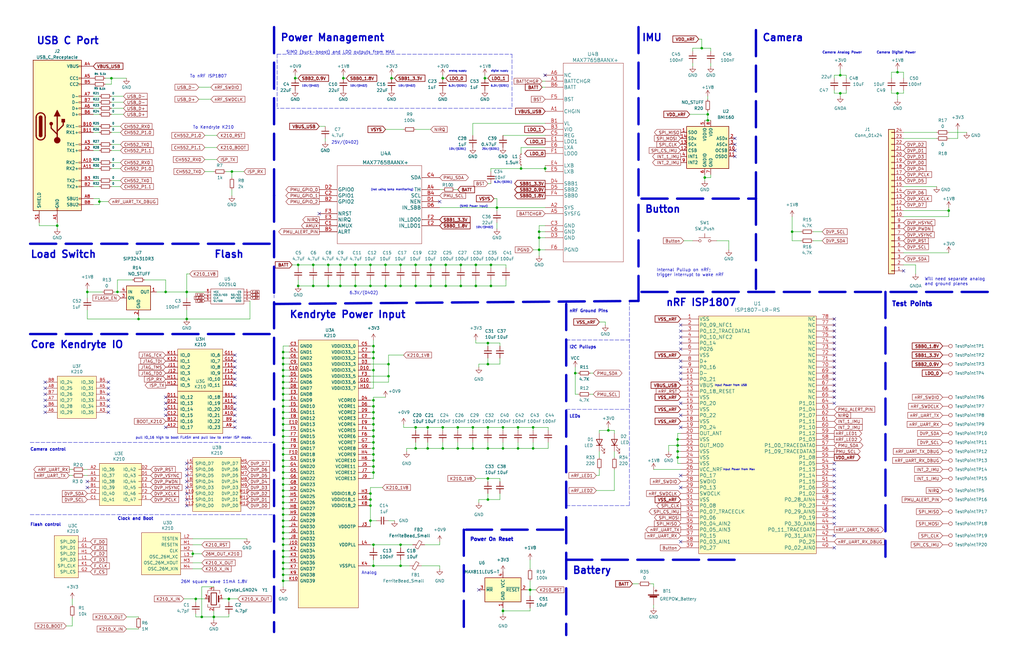
<source format=kicad_sch>
(kicad_sch (version 20211123) (generator eeschema)
  (paper "B")
  (junction (at 186.69 189.23))
  (junction (at 41.91 85.09))
  (junction (at 157.48 173.99))
  (junction (at 24.13 95.25))
  (junction (at 157.48 199.39))
  (junction (at 119.38 240.03))
  (junction (at 285.75 185.42))
  (junction (at 223.52 248.92))
  (junction (at 119.38 212.09))
  (junction (at 119.38 186.69))
  (junction (at 194.31 120.65))
  (junction (at 180.34 180.34))
  (junction (at 209.55 87.63))
  (junction (at 85.09 260.35))
  (junction (at 181.61 120.65))
  (junction (at 119.38 214.63))
  (junction (at 157.48 181.61))
  (junction (at 157.48 238.76))
  (junction (at 298.45 50.8))
  (junction (at 119.38 184.15))
  (junction (at 157.48 148.59))
  (junction (at 157.48 194.31))
  (junction (at 119.38 217.17))
  (junction (at 186.69 33.02))
  (junction (at 163.83 158.75))
  (junction (at 256.54 181.61))
  (junction (at 156.21 213.36))
  (junction (at 96.52 252.73))
  (junction (at 175.26 111.76))
  (junction (at 119.38 156.21))
  (junction (at 187.96 120.65))
  (junction (at 119.38 171.45))
  (junction (at 175.26 120.65))
  (junction (at 224.79 189.23))
  (junction (at 36.83 123.19))
  (junction (at 157.48 186.69))
  (junction (at 162.56 111.76))
  (junction (at 157.48 191.77))
  (junction (at 119.38 219.71))
  (junction (at 119.38 173.99))
  (junction (at 119.38 204.47))
  (junction (at 163.83 153.67))
  (junction (at 82.55 252.73))
  (junction (at 193.04 180.34))
  (junction (at 157.48 156.21))
  (junction (at 143.51 120.65))
  (junction (at 334.01 97.79))
  (junction (at 205.74 180.34))
  (junction (at 132.08 111.76))
  (junction (at 156.21 208.28))
  (junction (at 168.91 229.87))
  (junction (at 119.38 194.31))
  (junction (at 187.96 111.76))
  (junction (at 119.38 245.11))
  (junction (at 227.33 100.33))
  (junction (at 157.48 146.05))
  (junction (at 157.48 196.85))
  (junction (at 156.21 210.82))
  (junction (at 212.09 189.23))
  (junction (at 119.38 196.85))
  (junction (at 168.91 120.65))
  (junction (at 285.75 187.96))
  (junction (at 90.17 260.35))
  (junction (at 200.66 120.65))
  (junction (at 157.48 189.23))
  (junction (at 207.01 111.76))
  (junction (at 224.79 180.34))
  (junction (at 149.86 111.76))
  (junction (at 119.38 224.79))
  (junction (at 144.78 33.02))
  (junction (at 157.48 171.45))
  (junction (at 175.26 189.23))
  (junction (at 219.71 71.12))
  (junction (at 181.61 111.76))
  (junction (at 119.38 232.41))
  (junction (at 218.44 180.34))
  (junction (at 124.46 33.02))
  (junction (at 119.38 222.25))
  (junction (at 218.44 189.23))
  (junction (at 205.74 201.93))
  (junction (at 78.74 123.19))
  (junction (at 212.09 257.81))
  (junction (at 242.57 157.48))
  (junction (at 119.38 209.55))
  (junction (at 354.33 31.75))
  (junction (at 138.43 111.76))
  (junction (at 156.21 120.65))
  (junction (at 119.38 158.75))
  (junction (at 46.99 33.02))
  (junction (at 354.33 39.37))
  (junction (at 119.38 179.07))
  (junction (at 227.33 97.79))
  (junction (at 200.66 111.76))
  (junction (at 180.34 189.23))
  (junction (at 132.08 120.65))
  (junction (at 119.38 234.95))
  (junction (at 378.46 39.37))
  (junction (at 119.38 163.83))
  (junction (at 58.42 134.62))
  (junction (at 165.1 33.02))
  (junction (at 119.38 151.13))
  (junction (at 175.26 180.34))
  (junction (at 204.47 33.02))
  (junction (at 227.33 105.41))
  (junction (at 125.73 120.65))
  (junction (at 143.51 111.76))
  (junction (at 149.86 120.65))
  (junction (at 207.01 120.65))
  (junction (at 78.74 134.62))
  (junction (at 119.38 229.87))
  (junction (at 125.73 111.76))
  (junction (at 205.74 153.67))
  (junction (at 49.53 123.19))
  (junction (at 199.39 189.23))
  (junction (at 297.18 74.93))
  (junction (at 229.87 71.12))
  (junction (at 69.85 123.19))
  (junction (at 119.38 191.77))
  (junction (at 205.74 189.23))
  (junction (at 285.75 190.5))
  (junction (at 119.38 237.49))
  (junction (at 119.38 176.53))
  (junction (at 119.38 227.33))
  (junction (at 186.69 180.34))
  (junction (at 400.05 88.9))
  (junction (at 212.09 180.34))
  (junction (at 157.48 229.87))
  (junction (at 205.74 144.78))
  (junction (at 138.43 120.65))
  (junction (at 119.38 242.57))
  (junction (at 295.91 20.32))
  (junction (at 157.48 179.07))
  (junction (at 378.46 30.48))
  (junction (at 194.31 111.76))
  (junction (at 119.38 201.93))
  (junction (at 193.04 189.23))
  (junction (at 97.79 72.39))
  (junction (at 119.38 189.23))
  (junction (at 285.75 193.04))
  (junction (at 119.38 166.37))
  (junction (at 156.21 219.71))
  (junction (at 119.38 207.01))
  (junction (at 162.56 120.65))
  (junction (at 156.21 111.76))
  (junction (at 157.48 176.53))
  (junction (at 119.38 161.29))
  (junction (at 119.38 148.59))
  (junction (at 119.38 168.91))
  (junction (at 157.48 184.15))
  (junction (at 298.45 48.26))
  (junction (at 168.91 111.76))
  (junction (at 205.74 210.82))
  (junction (at 168.91 238.76))
  (junction (at 119.38 153.67))
  (junction (at 199.39 180.34))
  (junction (at 119.38 181.61))
  (junction (at 157.48 168.91))
  (junction (at 157.48 151.13))
  (junction (at 119.38 199.39))
  (junction (at 81.28 233.68))
  (no_connect (at 69.85 167.64))
  (no_connect (at 69.85 170.18))
  (no_connect (at 69.85 172.72))
  (no_connect (at 99.06 149.86))
  (no_connect (at 99.06 152.4))
  (no_connect (at 309.88 58.42))
  (no_connect (at 309.88 60.96))
  (no_connect (at 309.88 66.04))
  (no_connect (at 309.88 63.5))
  (no_connect (at 229.87 31.75))
  (no_connect (at 351.79 162.56))
  (no_connect (at 351.79 167.64))
  (no_connect (at 351.79 165.1))
  (no_connect (at 351.79 160.02))
  (no_connect (at 351.79 144.78))
  (no_connect (at 351.79 139.7))
  (no_connect (at 351.79 137.16))
  (no_connect (at 351.79 142.24))
  (no_connect (at 351.79 157.48))
  (no_connect (at 351.79 154.94))
  (no_connect (at 351.79 149.86))
  (no_connect (at 351.79 152.4))
  (no_connect (at 351.79 147.32))
  (no_connect (at 19.05 173.99))
  (no_connect (at 19.05 171.45))
  (no_connect (at 19.05 166.37))
  (no_connect (at 19.05 168.91))
  (no_connect (at 69.85 175.26))
  (no_connect (at 45.72 173.99))
  (no_connect (at 45.72 166.37))
  (no_connect (at 45.72 168.91))
  (no_connect (at 45.72 171.45))
  (no_connect (at 99.06 162.56))
  (no_connect (at 99.06 167.64))
  (no_connect (at 99.06 170.18))
  (no_connect (at 99.06 172.72))
  (no_connect (at 19.05 161.29))
  (no_connect (at 19.05 163.83))
  (no_connect (at 99.06 175.26))
  (no_connect (at 99.06 177.8))
  (no_connect (at 99.06 180.34))
  (no_connect (at 45.72 161.29))
  (no_connect (at 45.72 163.83))
  (no_connect (at 99.06 157.48))
  (no_connect (at 99.06 154.94))
  (no_connect (at 99.06 160.02))
  (no_connect (at 351.79 170.18))
  (no_connect (at 351.79 198.12))
  (no_connect (at 351.79 200.66))
  (no_connect (at 351.79 203.2))
  (no_connect (at 287.02 170.18))
  (no_connect (at 287.02 160.02))
  (no_connect (at 287.02 175.26))
  (no_connect (at 287.02 142.24))
  (no_connect (at 287.02 144.78))
  (no_connect (at 287.02 137.16))
  (no_connect (at 287.02 139.7))
  (no_connect (at 287.02 154.94))
  (no_connect (at 287.02 228.6))
  (no_connect (at 287.02 200.66))
  (no_connect (at 287.02 180.34))
  (no_connect (at 287.02 205.74))
  (no_connect (at 351.79 134.62))
  (no_connect (at 351.79 213.36))
  (no_connect (at 351.79 208.28))
  (no_connect (at 351.79 215.9))
  (no_connect (at 351.79 218.44))
  (no_connect (at 351.79 205.74))
  (no_connect (at 351.79 231.14))
  (no_connect (at 351.79 226.06))
  (no_connect (at 351.79 220.98))
  (no_connect (at 36.83 205.74))
  (no_connect (at 36.83 203.2))
  (no_connect (at 287.02 152.4))
  (no_connect (at 287.02 157.48))
  (no_connect (at 78.74 203.2))
  (no_connect (at 78.74 195.58))
  (no_connect (at 78.74 198.12))
  (no_connect (at 78.74 200.66))
  (no_connect (at 78.74 205.74))
  (no_connect (at 78.74 208.28))
  (no_connect (at 78.74 210.82))
  (no_connect (at 78.74 213.36))
  (no_connect (at 351.79 210.82))
  (no_connect (at 287.02 147.32))
  (no_connect (at 351.79 195.58))
  (no_connect (at 185.42 85.09))
  (no_connect (at 201.93 248.92))
  (no_connect (at 381 114.3))
  (no_connect (at 69.85 180.34))
  (no_connect (at 134.62 90.17))
  (wire (pts (xy 285.75 195.58) (xy 287.02 195.58)))
  (wire (pts (xy 251.46 207.01) (xy 259.08 207.01)))
  (wire (pts (xy 400.05 55.88) (xy 407.67 55.88)))
  (wire (pts (xy 39.37 86.36) (xy 41.91 86.36)))
  (wire (pts (xy 41.91 86.36) (xy 41.91 85.09)))
  (wire (pts (xy 143.51 118.11) (xy 143.51 120.65)))
  (wire (pts (xy 119.38 209.55) (xy 121.92 209.55)))
  (wire (pts (xy 199.39 189.23) (xy 205.74 189.23)))
  (wire (pts (xy 187.96 33.02) (xy 186.69 33.02)))
  (wire (pts (xy 90.17 260.35) (xy 96.52 260.35)))
  (wire (pts (xy 86.36 252.73) (xy 82.55 252.73)))
  (wire (pts (xy 205.74 146.05) (xy 205.74 144.78)))
  (wire (pts (xy 168.91 238.76) (xy 172.72 238.76)))
  (wire (pts (xy 285.75 193.04) (xy 285.75 195.58)))
  (wire (pts (xy 156.21 210.82) (xy 156.21 213.36)))
  (wire (pts (xy 381 55.88) (xy 394.97 55.88)))
  (wire (pts (xy 80.01 115.57) (xy 78.74 115.57)))
  (wire (pts (xy 163.83 158.75) (xy 163.83 153.67)))
  (wire (pts (xy 86.36 72.39) (xy 90.17 72.39)))
  (wire (pts (xy 81.28 229.87) (xy 85.09 229.87)))
  (wire (pts (xy 156.21 238.76) (xy 157.48 238.76)))
  (wire (pts (xy 285.75 185.42) (xy 287.02 185.42)))
  (wire (pts (xy 50.8 123.19) (xy 49.53 123.19)))
  (wire (pts (xy 41.91 40.64) (xy 39.37 40.64)))
  (wire (pts (xy 186.69 189.23) (xy 180.34 189.23)))
  (wire (pts (xy 354.33 31.75) (xy 354.33 29.21)))
  (wire (pts (xy 162.56 111.76) (xy 168.91 111.76)))
  (wire (pts (xy 200.66 120.65) (xy 207.01 120.65)))
  (wire (pts (xy 381 91.44) (xy 400.05 91.44)))
  (wire (pts (xy 210.82 144.78) (xy 210.82 146.05)))
  (wire (pts (xy 119.38 201.93) (xy 119.38 199.39)))
  (wire (pts (xy 219.71 71.12) (xy 229.87 71.12)))
  (wire (pts (xy 224.79 105.41) (xy 227.33 105.41)))
  (wire (pts (xy 119.38 151.13) (xy 119.38 148.59)))
  (wire (pts (xy 229.87 34.29) (xy 228.6 34.29)))
  (wire (pts (xy 96.52 252.73) (xy 96.52 254)))
  (wire (pts (xy 227.33 97.79) (xy 229.87 97.79)))
  (wire (pts (xy 119.38 224.79) (xy 121.92 224.79)))
  (polyline (pts (xy 238.76 128.27) (xy 238.76 267.97)) (stroke (width 1)))
  (wire (pts (xy 194.31 111.76) (xy 194.31 113.03)))
  (wire (pts (xy 119.38 161.29) (xy 119.38 158.75)))
  (wire (pts (xy 205.74 201.93) (xy 210.82 201.93)))
  (wire (pts (xy 180.34 186.69) (xy 180.34 189.23)))
  (wire (pts (xy 229.87 71.12) (xy 229.87 72.39)))
  (wire (pts (xy 252.73 182.88) (xy 252.73 181.61)))
  (wire (pts (xy 227.33 100.33) (xy 227.33 105.41)))
  (wire (pts (xy 259.08 207.01) (xy 259.08 198.12)))
  (wire (pts (xy 119.38 148.59) (xy 119.38 146.05)))
  (wire (pts (xy 168.91 118.11) (xy 168.91 120.65)))
  (polyline (pts (xy 270.51 123.19) (xy 420.37 123.19)) (stroke (width 1)))
  (wire (pts (xy 334.01 91.44) (xy 334.01 97.79)))
  (wire (pts (xy 193.04 189.23) (xy 199.39 189.23)))
  (wire (pts (xy 210.82 151.13) (xy 210.82 153.67)))
  (wire (pts (xy 143.51 111.76) (xy 143.51 113.03)))
  (wire (pts (xy 212.09 256.54) (xy 212.09 257.81)))
  (wire (pts (xy 294.64 16.51) (xy 295.91 16.51)))
  (wire (pts (xy 386.08 111.76) (xy 386.08 115.57)))
  (wire (pts (xy 186.69 31.75) (xy 186.69 33.02)))
  (wire (pts (xy 41.91 53.34) (xy 39.37 53.34)))
  (wire (pts (xy 207.01 113.03) (xy 207.01 111.76)))
  (wire (pts (xy 181.61 118.11) (xy 181.61 120.65)))
  (wire (pts (xy 157.48 176.53) (xy 157.48 179.07)))
  (wire (pts (xy 82.55 260.35) (xy 85.09 260.35)))
  (wire (pts (xy 163.83 161.29) (xy 163.83 158.75)))
  (wire (pts (xy 156.21 189.23) (xy 157.48 189.23)))
  (wire (pts (xy 354.33 39.37) (xy 354.33 40.64)))
  (wire (pts (xy 212.09 57.15) (xy 229.87 57.15)))
  (wire (pts (xy 149.86 118.11) (xy 149.86 120.65)))
  (wire (pts (xy 36.83 134.62) (xy 58.42 134.62)))
  (polyline (pts (xy 238.76 236.22) (xy 311.15 236.22)) (stroke (width 1)))
  (wire (pts (xy 205.74 151.13) (xy 205.74 153.67)))
  (wire (pts (xy 157.48 236.22) (xy 157.48 238.76)))
  (wire (pts (xy 227.33 95.25) (xy 227.33 97.79)))
  (wire (pts (xy 210.82 210.82) (xy 205.74 210.82)))
  (wire (pts (xy 168.91 111.76) (xy 175.26 111.76)))
  (wire (pts (xy 157.48 229.87) (xy 157.48 231.14)))
  (polyline (pts (xy 12.7 140.97) (xy 114.3 140.97)) (stroke (width 1)))
  (wire (pts (xy 77.47 252.73) (xy 82.55 252.73)))
  (wire (pts (xy 125.73 120.65) (xy 132.08 120.65)))
  (wire (pts (xy 105.41 134.62) (xy 78.74 134.62)))
  (wire (pts (xy 119.38 224.79) (xy 119.38 222.25)))
  (wire (pts (xy 337.82 97.79) (xy 334.01 97.79)))
  (wire (pts (xy 307.34 101.6) (xy 307.34 105.41)))
  (wire (pts (xy 259.08 181.61) (xy 259.08 182.88)))
  (wire (pts (xy 194.31 120.65) (xy 200.66 120.65)))
  (wire (pts (xy 168.91 236.22) (xy 168.91 238.76)))
  (wire (pts (xy 208.28 83.82) (xy 209.55 83.82)))
  (wire (pts (xy 156.21 229.87) (xy 157.48 229.87)))
  (wire (pts (xy 212.09 257.81) (xy 212.09 259.08)))
  (polyline (pts (xy 238.76 213.36) (xy 265.43 213.36)))
  (wire (pts (xy 90.17 257.81) (xy 90.17 260.35)))
  (wire (pts (xy 156.21 118.11) (xy 156.21 120.65)))
  (wire (pts (xy 201.93 212.09) (xy 201.93 210.82)))
  (wire (pts (xy 97.79 72.39) (xy 102.87 72.39)))
  (wire (pts (xy 53.34 33.02) (xy 46.99 33.02)))
  (wire (pts (xy 66.04 123.19) (xy 69.85 123.19)))
  (wire (pts (xy 119.38 214.63) (xy 121.92 214.63)))
  (wire (pts (xy 226.06 248.92) (xy 223.52 248.92)))
  (wire (pts (xy 156.21 186.69) (xy 157.48 186.69)))
  (wire (pts (xy 138.43 120.65) (xy 143.51 120.65)))
  (wire (pts (xy 285.75 185.42) (xy 285.75 187.96)))
  (wire (pts (xy 297.18 73.66) (xy 297.18 74.93)))
  (wire (pts (xy 165.1 31.75) (xy 165.1 33.02)))
  (wire (pts (xy 175.26 181.61) (xy 175.26 180.34)))
  (wire (pts (xy 157.48 156.21) (xy 157.48 163.83)))
  (wire (pts (xy 119.38 240.03) (xy 119.38 237.49)))
  (wire (pts (xy 200.66 143.51) (xy 200.66 144.78)))
  (wire (pts (xy 337.82 101.6) (xy 334.01 101.6)))
  (wire (pts (xy 199.39 52.07) (xy 229.87 52.07)))
  (wire (pts (xy 200.66 201.93) (xy 205.74 201.93)))
  (wire (pts (xy 119.38 166.37) (xy 119.38 163.83)))
  (wire (pts (xy 30.48 252.73) (xy 30.48 255.27)))
  (wire (pts (xy 227.33 105.41) (xy 227.33 107.95)))
  (wire (pts (xy 157.48 168.91) (xy 157.48 171.45)))
  (wire (pts (xy 186.69 80.01) (xy 185.42 80.01)))
  (wire (pts (xy 162.56 111.76) (xy 162.56 113.03)))
  (wire (pts (xy 78.74 115.57) (xy 78.74 123.19)))
  (wire (pts (xy 157.48 196.85) (xy 157.48 199.39)))
  (wire (pts (xy 181.61 120.65) (xy 187.96 120.65)))
  (wire (pts (xy 156.21 111.76) (xy 156.21 113.03)))
  (wire (pts (xy 119.38 158.75) (xy 121.92 158.75)))
  (wire (pts (xy 46.99 78.74) (xy 50.8 78.74)))
  (wire (pts (xy 213.36 118.11) (xy 213.36 120.65)))
  (polyline (pts (xy 115.57 124.46) (xy 115.57 125.73)))
  (wire (pts (xy 218.44 180.34) (xy 218.44 181.61)))
  (wire (pts (xy 46.99 71.12) (xy 50.8 71.12)))
  (wire (pts (xy 41.91 45.72) (xy 39.37 45.72)))
  (wire (pts (xy 219.71 62.23) (xy 219.71 64.77)))
  (wire (pts (xy 95.25 72.39) (xy 97.79 72.39)))
  (wire (pts (xy 275.59 247.65) (xy 275.59 246.38)))
  (wire (pts (xy 269.24 246.38) (xy 266.7 246.38)))
  (wire (pts (xy 36.83 121.92) (xy 36.83 123.19)))
  (wire (pts (xy 342.9 101.6) (xy 346.71 101.6)))
  (wire (pts (xy 223.52 245.11) (xy 223.52 248.92)))
  (wire (pts (xy 285.75 187.96) (xy 285.75 190.5)))
  (wire (pts (xy 29.21 198.12) (xy 30.48 198.12)))
  (wire (pts (xy 193.04 80.01) (xy 191.77 80.01)))
  (wire (pts (xy 149.86 120.65) (xy 143.51 120.65)))
  (wire (pts (xy 156.21 120.65) (xy 162.56 120.65)))
  (wire (pts (xy 30.48 260.35) (xy 30.48 264.16)))
  (wire (pts (xy 81.28 233.68) (xy 85.09 233.68)))
  (wire (pts (xy 119.38 212.09) (xy 121.92 212.09)))
  (wire (pts (xy 168.91 229.87) (xy 173.99 229.87)))
  (wire (pts (xy 201.93 154.94) (xy 201.93 153.67)))
  (wire (pts (xy 168.91 111.76) (xy 168.91 113.03)))
  (wire (pts (xy 205.74 180.34) (xy 212.09 180.34)))
  (wire (pts (xy 252.73 181.61) (xy 256.54 181.61)))
  (wire (pts (xy 156.21 194.31) (xy 157.48 194.31)))
  (wire (pts (xy 205.74 144.78) (xy 210.82 144.78)))
  (wire (pts (xy 194.31 118.11) (xy 194.31 120.65)))
  (wire (pts (xy 223.52 256.54) (xy 223.52 257.81)))
  (wire (pts (xy 39.37 71.12) (xy 41.91 71.12)))
  (wire (pts (xy 381 33.02) (xy 381 30.48)))
  (wire (pts (xy 53.34 265.43) (xy 58.42 265.43)))
  (wire (pts (xy 156.21 161.29) (xy 163.83 161.29)))
  (wire (pts (xy 292.1 20.32) (xy 292.1 21.59)))
  (wire (pts (xy 356.87 39.37) (xy 354.33 39.37)))
  (wire (pts (xy 156.21 168.91) (xy 157.48 168.91)))
  (wire (pts (xy 199.39 180.34) (xy 199.39 181.61)))
  (wire (pts (xy 119.38 237.49) (xy 119.38 234.95)))
  (wire (pts (xy 138.43 118.11) (xy 138.43 120.65)))
  (polyline (pts (xy 237.49 223.52) (xy 195.58 223.52)) (stroke (width 1)))
  (wire (pts (xy 119.38 232.41) (xy 121.92 232.41)))
  (wire (pts (xy 119.38 196.85) (xy 121.92 196.85)))
  (wire (pts (xy 119.38 219.71) (xy 121.92 219.71)))
  (wire (pts (xy 157.48 229.87) (xy 168.91 229.87)))
  (wire (pts (xy 119.38 189.23) (xy 119.38 186.69)))
  (wire (pts (xy 46.99 53.34) (xy 50.8 53.34)))
  (wire (pts (xy 175.26 111.76) (xy 175.26 113.03)))
  (wire (pts (xy 86.36 123.19) (xy 78.74 123.19)))
  (wire (pts (xy 119.38 148.59) (xy 121.92 148.59)))
  (wire (pts (xy 205.74 180.34) (xy 205.74 181.61)))
  (wire (pts (xy 39.37 68.58) (xy 41.91 68.58)))
  (wire (pts (xy 156.21 146.05) (xy 157.48 146.05)))
  (wire (pts (xy 43.18 123.19) (xy 36.83 123.19)))
  (wire (pts (xy 156.21 201.93) (xy 157.48 201.93)))
  (wire (pts (xy 295.91 20.32) (xy 292.1 20.32)))
  (wire (pts (xy 342.9 97.79) (xy 346.71 97.79)))
  (wire (pts (xy 156.21 179.07) (xy 157.48 179.07)))
  (wire (pts (xy 175.26 54.61) (xy 181.61 54.61)))
  (wire (pts (xy 119.38 237.49) (xy 121.92 237.49)))
  (wire (pts (xy 156.21 219.71) (xy 156.21 222.25)))
  (wire (pts (xy 46.99 55.88) (xy 50.8 55.88)))
  (wire (pts (xy 132.08 111.76) (xy 138.43 111.76)))
  (wire (pts (xy 69.85 123.19) (xy 78.74 123.19)))
  (wire (pts (xy 168.91 229.87) (xy 168.91 231.14)))
  (wire (pts (xy 275.59 198.12) (xy 287.02 198.12)))
  (wire (pts (xy 119.38 217.17) (xy 119.38 214.63)))
  (wire (pts (xy 96.52 252.73) (xy 100.33 252.73)))
  (wire (pts (xy 381 38.1) (xy 381 39.37)))
  (wire (pts (xy 60.96 118.11) (xy 69.85 118.11)))
  (wire (pts (xy 119.38 229.87) (xy 119.38 227.33)))
  (wire (pts (xy 119.38 181.61) (xy 121.92 181.61)))
  (wire (pts (xy 231.14 180.34) (xy 231.14 181.61)))
  (wire (pts (xy 193.04 186.69) (xy 193.04 189.23)))
  (wire (pts (xy 124.46 31.75) (xy 124.46 33.02)))
  (wire (pts (xy 212.09 189.23) (xy 218.44 189.23)))
  (wire (pts (xy 156.21 191.77) (xy 157.48 191.77)))
  (wire (pts (xy 400.05 58.42) (xy 403.86 58.42)))
  (wire (pts (xy 213.36 113.03) (xy 213.36 111.76)))
  (wire (pts (xy 285.75 190.5) (xy 285.75 193.04)))
  (wire (pts (xy 209.55 87.63) (xy 229.87 87.63)))
  (wire (pts (xy 157.48 238.76) (xy 168.91 238.76)))
  (wire (pts (xy 44.45 35.56) (xy 46.99 35.56)))
  (wire (pts (xy 381 39.37) (xy 378.46 39.37)))
  (wire (pts (xy 351.79 39.37) (xy 354.33 39.37)))
  (wire (pts (xy 156.21 151.13) (xy 157.48 151.13)))
  (wire (pts (xy 52.07 45.72) (xy 46.99 45.72)))
  (wire (pts (xy 299.72 21.59) (xy 299.72 20.32)))
  (wire (pts (xy 187.96 118.11) (xy 187.96 120.65)))
  (wire (pts (xy 90.17 247.65) (xy 85.09 247.65)))
  (wire (pts (xy 163.83 219.71) (xy 166.37 219.71)))
  (wire (pts (xy 83.82 36.83) (xy 88.9 36.83)))
  (wire (pts (xy 157.48 179.07) (xy 157.48 181.61)))
  (wire (pts (xy 185.42 87.63) (xy 209.55 87.63)))
  (wire (pts (xy 119.38 186.69) (xy 121.92 186.69)))
  (wire (pts (xy 119.38 227.33) (xy 121.92 227.33)))
  (wire (pts (xy 227.33 100.33) (xy 229.87 100.33)))
  (wire (pts (xy 125.73 111.76) (xy 132.08 111.76)))
  (wire (pts (xy 218.44 189.23) (xy 224.79 189.23)))
  (wire (pts (xy 212.09 180.34) (xy 218.44 180.34)))
  (wire (pts (xy 381 30.48) (xy 378.46 30.48)))
  (wire (pts (xy 156.21 213.36) (xy 156.21 219.71)))
  (wire (pts (xy 156.21 173.99) (xy 157.48 173.99)))
  (wire (pts (xy 223.52 257.81) (xy 212.09 257.81)))
  (wire (pts (xy 210.82 208.28) (xy 210.82 210.82)))
  (wire (pts (xy 298.45 46.99) (xy 298.45 48.26)))
  (wire (pts (xy 207.01 118.11) (xy 207.01 120.65)))
  (wire (pts (xy 124.46 33.02) (xy 125.73 33.02)))
  (wire (pts (xy 119.38 201.93) (xy 121.92 201.93)))
  (wire (pts (xy 186.69 189.23) (xy 193.04 189.23)))
  (wire (pts (xy 119.38 176.53) (xy 119.38 173.99)))
  (wire (pts (xy 119.38 189.23) (xy 121.92 189.23)))
  (wire (pts (xy 298.45 40.64) (xy 298.45 41.91)))
  (wire (pts (xy 138.43 111.76) (xy 143.51 111.76)))
  (wire (pts (xy 209.55 87.63) (xy 209.55 88.9)))
  (wire (pts (xy 299.72 20.32) (xy 295.91 20.32)))
  (wire (pts (xy 49.53 118.11) (xy 49.53 123.19)))
  (wire (pts (xy 375.92 39.37) (xy 378.46 39.37)))
  (wire (pts (xy 400.05 87.63) (xy 400.05 88.9)))
  (wire (pts (xy 256.54 181.61) (xy 259.08 181.61)))
  (wire (pts (xy 243.84 157.48) (xy 242.57 157.48)))
  (wire (pts (xy 157.48 167.64) (xy 162.56 167.64)))
  (wire (pts (xy 200.66 111.76) (xy 194.31 111.76)))
  (wire (pts (xy 175.26 118.11) (xy 175.26 120.65)))
  (wire (pts (xy 119.38 217.17) (xy 121.92 217.17)))
  (wire (pts (xy 156.21 208.28) (xy 156.21 210.82)))
  (wire (pts (xy 83.82 41.91) (xy 88.9 41.91)))
  (wire (pts (xy 204.47 31.75) (xy 204.47 33.02)))
  (wire (pts (xy 157.48 199.39) (xy 157.48 201.93)))
  (wire (pts (xy 157.48 167.64) (xy 157.48 168.91)))
  (wire (pts (xy 41.91 63.5) (xy 39.37 63.5)))
  (wire (pts (xy 207.01 111.76) (xy 200.66 111.76)))
  (wire (pts (xy 119.38 153.67) (xy 121.92 153.67)))
  (wire (pts (xy 119.38 196.85) (xy 119.38 194.31)))
  (wire (pts (xy 46.99 35.56) (xy 46.99 33.02)))
  (wire (pts (xy 119.38 191.77) (xy 121.92 191.77)))
  (wire (pts (xy 81.28 227.33) (xy 104.14 227.33)))
  (wire (pts (xy 162.56 120.65) (xy 168.91 120.65)))
  (wire (pts (xy 119.38 171.45) (xy 119.38 168.91)))
  (wire (pts (xy 24.13 96.52) (xy 24.13 95.25)))
  (wire (pts (xy 165.1 33.02) (xy 166.37 33.02)))
  (wire (pts (xy 125.73 113.03) (xy 125.73 111.76)))
  (wire (pts (xy 119.38 212.09) (xy 119.38 209.55)))
  (wire (pts (xy 157.48 184.15) (xy 157.48 186.69)))
  (wire (pts (xy 171.45 189.23) (xy 175.26 189.23)))
  (wire (pts (xy 46.99 33.02) (xy 44.45 33.02)))
  (wire (pts (xy 351.79 33.02) (xy 351.79 31.75)))
  (wire (pts (xy 156.21 148.59) (xy 157.48 148.59)))
  (wire (pts (xy 205.74 33.02) (xy 204.47 33.02)))
  (wire (pts (xy 27.94 264.16) (xy 30.48 264.16)))
  (wire (pts (xy 209.55 93.98) (xy 209.55 96.52)))
  (wire (pts (xy 227.33 97.79) (xy 227.33 100.33)))
  (wire (pts (xy 119.38 151.13) (xy 121.92 151.13)))
  (wire (pts (xy 119.38 240.03) (xy 121.92 240.03)))
  (wire (pts (xy 16.51 95.25) (xy 24.13 95.25)))
  (wire (pts (xy 119.38 194.31) (xy 121.92 194.31)))
  (wire (pts (xy 85.09 237.49) (xy 81.28 237.49)))
  (wire (pts (xy 243.84 166.37) (xy 242.57 166.37)))
  (wire (pts (xy 137.16 58.42) (xy 137.16 59.69)))
  (wire (pts (xy 201.93 153.67) (xy 205.74 153.67)))
  (wire (pts (xy 119.38 184.15) (xy 121.92 184.15)))
  (wire (pts (xy 55.88 118.11) (xy 49.53 118.11)))
  (wire (pts (xy 375.92 33.02) (xy 375.92 30.48)))
  (wire (pts (xy 156.21 163.83) (xy 157.48 163.83)))
  (wire (pts (xy 251.46 200.66) (xy 252.73 200.66)))
  (wire (pts (xy 158.75 219.71) (xy 156.21 219.71)))
  (wire (pts (xy 275.59 256.54) (xy 275.59 255.27)))
  (wire (pts (xy 231.14 186.69) (xy 231.14 189.23)))
  (wire (pts (xy 224.79 186.69) (xy 224.79 189.23)))
  (wire (pts (xy 285.75 193.04) (xy 287.02 193.04)))
  (wire (pts (xy 46.99 63.5) (xy 50.8 63.5)))
  (wire (pts (xy 162.56 118.11) (xy 162.56 120.65)))
  (wire (pts (xy 378.46 39.37) (xy 378.46 41.91)))
  (wire (pts (xy 285.75 187.96) (xy 287.02 187.96)))
  (wire (pts (xy 242.57 157.48) (xy 242.57 166.37)))
  (wire (pts (xy 298.45 50.8) (xy 299.72 50.8)))
  (polyline (pts (xy 238.76 143.51) (xy 265.43 143.51)))
  (wire (pts (xy 157.48 148.59) (xy 157.48 151.13)))
  (wire (pts (xy 119.38 207.01) (xy 121.92 207.01)))
  (wire (pts (xy 199.39 186.69) (xy 199.39 189.23)))
  (polyline (pts (xy 238.76 172.72) (xy 265.43 172.72)))
  (polyline (pts (xy 115.57 82.55) (xy 115.57 266.7)) (stroke (width 1) (type dash)))
  (wire (pts (xy 69.85 118.11) (xy 69.85 123.19)))
  (wire (pts (xy 252.73 200.66) (xy 252.73 198.12)))
  (wire (pts (xy 205.74 153.67) (xy 210.82 153.67)))
  (wire (pts (xy 39.37 43.18) (xy 41.91 43.18)))
  (wire (pts (xy 223.52 251.46) (xy 223.52 248.92)))
  (wire (pts (xy 156.21 171.45) (xy 157.48 171.45)))
  (wire (pts (xy 229.87 95.25) (xy 227.33 95.25)))
  (wire (pts (xy 218.44 180.34) (xy 224.79 180.34)))
  (wire (pts (xy 24.13 95.25) (xy 24.13 93.98)))
  (wire (pts (xy 143.51 111.76) (xy 149.86 111.76)))
  (wire (pts (xy 58.42 134.62) (xy 78.74 134.62)))
  (wire (pts (xy 119.38 181.61) (xy 119.38 179.07)))
  (wire (pts (xy 175.26 180.34) (xy 180.34 180.34)))
  (wire (pts (xy 119.38 168.91) (xy 119.38 166.37)))
  (wire (pts (xy 41.91 85.09) (xy 41.91 83.82)))
  (wire (pts (xy 50.8 76.2) (xy 46.99 76.2)))
  (wire (pts (xy 85.09 260.35) (xy 90.17 260.35)))
  (wire (pts (xy 252.73 190.5) (xy 252.73 193.04)))
  (wire (pts (xy 157.48 146.05) (xy 157.48 148.59)))
  (wire (pts (xy 275.59 246.38) (xy 274.32 246.38)))
  (wire (pts (xy 81.28 232.41) (xy 81.28 233.68)))
  (wire (pts (xy 212.09 186.69) (xy 212.09 189.23)))
  (wire (pts (xy 156.21 153.67) (xy 163.83 153.67)))
  (wire (pts (xy 35.56 198.12) (xy 36.83 198.12)))
  (wire (pts (xy 119.38 245.11) (xy 119.38 242.57)))
  (wire (pts (xy 41.91 78.74) (xy 39.37 78.74)))
  (wire (pts (xy 85.09 240.03) (xy 81.28 240.03)))
  (wire (pts (xy 156.21 181.61) (xy 157.48 181.61)))
  (wire (pts (xy 227.33 105.41) (xy 229.87 105.41)))
  (polyline (pts (xy 12.7 186.69) (xy 115.57 186.69)))
  (wire (pts (xy 119.38 207.01) (xy 119.38 204.47)))
  (wire (pts (xy 144.78 31.75) (xy 144.78 33.02)))
  (wire (pts (xy 381 111.76) (xy 386.08 111.76)))
  (polyline (pts (xy 215.9 45.72) (xy 116.84 45.72)))
  (wire (pts (xy 156.21 176.53) (xy 157.48 176.53)))
  (wire (pts (xy 119.38 168.91) (xy 121.92 168.91)))
  (wire (pts (xy 180.34 189.23) (xy 175.26 189.23)))
  (wire (pts (xy 205.74 203.2) (xy 205.74 201.93)))
  (wire (pts (xy 119.38 219.71) (xy 119.38 217.17)))
  (wire (pts (xy 205.74 208.28) (xy 205.74 210.82)))
  (wire (pts (xy 121.92 245.11) (xy 119.38 245.11)))
  (wire (pts (xy 119.38 184.15) (xy 119.38 181.61)))
  (wire (pts (xy 39.37 60.96) (xy 41.91 60.96)))
  (wire (pts (xy 52.07 40.64) (xy 46.99 40.64)))
  (wire (pts (xy 58.42 133.35) (xy 58.42 134.62)))
  (polyline (pts (xy 115.57 128.27) (xy 269.24 127)) (stroke (width 1)))
  (wire (pts (xy 36.83 130.81) (xy 36.83 134.62)))
  (wire (pts (xy 375.92 30.48) (xy 378.46 30.48)))
  (polyline (pts (xy 12.7 217.17) (xy 115.57 217.17)))
  (wire (pts (xy 223.52 248.92) (xy 222.25 248.92)))
  (wire (pts (xy 210.82 201.93) (xy 210.82 203.2)))
  (wire (pts (xy 351.79 38.1) (xy 351.79 39.37)))
  (wire (pts (xy 288.29 101.6) (xy 292.1 101.6)))
  (wire (pts (xy 149.86 111.76) (xy 156.21 111.76)))
  (wire (pts (xy 46.99 60.96) (xy 50.8 60.96)))
  (wire (pts (xy 157.48 151.13) (xy 157.48 156.21)))
  (wire (pts (xy 97.79 72.39) (xy 97.79 74.93)))
  (wire (pts (xy 49.53 123.19) (xy 48.26 123.19)))
  (wire (pts (xy 82.55 252.73) (xy 82.55 254)))
  (wire (pts (xy 292.1 26.67) (xy 292.1 27.94)))
  (polyline (pts (xy 373.38 123.19) (xy 373.38 234.95)) (stroke (width 1)))
  (wire (pts (xy 81.28 233.68) (xy 81.28 234.95)))
  (wire (pts (xy 356.87 38.1) (xy 356.87 39.37)))
  (wire (pts (xy 156.21 158.75) (xy 163.83 158.75)))
  (wire (pts (xy 400.05 106.68) (xy 381 106.68)))
  (wire (pts (xy 157.48 189.23) (xy 157.48 191.77)))
  (wire (pts (xy 224.79 180.34) (xy 231.14 180.34)))
  (wire (pts (xy 299.72 26.67) (xy 299.72 27.94)))
  (wire (pts (xy 163.83 149.86) (xy 163.83 153.67)))
  (wire (pts (xy 119.38 204.47) (xy 121.92 204.47)))
  (wire (pts (xy 119.38 179.07) (xy 121.92 179.07)))
  (wire (pts (xy 119.38 176.53) (xy 121.92 176.53)))
  (wire (pts (xy 375.92 38.1) (xy 375.92 39.37)))
  (wire (pts (xy 185.42 228.6) (xy 185.42 229.87)))
  (wire (pts (xy 224.79 180.34) (xy 224.79 181.61)))
  (wire (pts (xy 119.38 166.37) (xy 121.92 166.37)))
  (wire (pts (xy 119.38 199.39) (xy 121.92 199.39)))
  (wire (pts (xy 134.62 53.34) (xy 137.16 53.34)))
  (wire (pts (xy 186.69 180.34) (xy 193.04 180.34)))
  (wire (pts (xy 138.43 113.03) (xy 138.43 111.76)))
  (wire (pts (xy 119.38 227.33) (xy 119.38 224.79)))
  (wire (pts (xy 119.38 234.95) (xy 121.92 234.95)))
  (wire (pts (xy 334.01 97.79) (xy 334.01 101.6)))
  (wire (pts (xy 163.83 149.86) (xy 170.18 149.86)))
  (wire (pts (xy 86.36 57.15) (xy 91.44 57.15)))
  (wire (pts (xy 46.99 68.58) (xy 50.8 68.58)))
  (wire (pts (xy 209.55 83.82) (xy 209.55 87.63)))
  (wire (pts (xy 295.91 16.51) (xy 295.91 20.32)))
  (wire (pts (xy 297.18 74.93) (xy 299.72 74.93)))
  (wire (pts (xy 193.04 180.34) (xy 193.04 181.61)))
  (wire (pts (xy 125.73 120.65) (xy 125.73 118.11)))
  (wire (pts (xy 186.69 180.34) (xy 186.69 181.61)))
  (wire (pts (xy 16.51 93.98) (xy 16.51 95.25)))
  (polyline (pts (xy 116.84 22.86) (xy 215.9 22.86)))
  (wire (pts (xy 119.38 173.99) (xy 121.92 173.99)))
  (wire (pts (xy 175.26 186.69) (xy 175.26 189.23)))
  (wire (pts (xy 132.08 120.65) (xy 138.43 120.65)))
  (wire (pts (xy 381 78.74) (xy 394.97 78.74)))
  (wire (pts (xy 256.54 180.34) (xy 256.54 181.61)))
  (wire (pts (xy 156.21 199.39) (xy 157.48 199.39)))
  (wire (pts (xy 223.52 240.03) (xy 223.52 236.22)))
  (wire (pts (xy 39.37 48.26) (xy 41.91 48.26)))
  (wire (pts (xy 36.83 123.19) (xy 36.83 125.73)))
  (wire (pts (xy 199.39 180.34) (xy 205.74 180.34)))
  (wire (pts (xy 201.93 210.82) (xy 205.74 210.82)))
  (wire (pts (xy 381 58.42) (xy 394.97 58.42)))
  (wire (pts (xy 86.36 62.23) (xy 91.44 62.23)))
  (wire (pts (xy 157.48 173.99) (xy 157.48 176.53)))
  (wire (pts (xy 105.41 127) (xy 105.41 134.62)))
  (wire (pts (xy 156.21 156.21) (xy 157.48 156.21)))
  (wire (pts (xy 156.21 111.76) (xy 162.56 111.76)))
  (wire (pts (xy 119.38 245.11) (xy 119.38 247.65)))
  (wire (pts (xy 180.34 180.34) (xy 186.69 180.34)))
  (wire (pts (xy 162.56 54.61) (xy 170.18 54.61)))
  (wire (pts (xy 285.75 190.5) (xy 287.02 190.5)))
  (wire (pts (xy 82.55 259.08) (xy 82.55 260.35)))
  (wire (pts (xy 229.87 69.85) (xy 229.87 71.12)))
  (wire (pts (xy 179.07 229.87) (xy 185.42 229.87)))
  (wire (pts (xy 170.18 180.34) (xy 175.26 180.34)))
  (wire (pts (xy 45.72 85.09) (xy 41.91 85.09)))
  (wire (pts (xy 119.38 242.57) (xy 119.38 240.03)))
  (wire (pts (xy 119.38 232.41) (xy 119.38 229.87)))
  (wire (pts (xy 168.91 120.65) (xy 175.26 120.65)))
  (wire (pts (xy 298.45 48.26) (xy 298.45 50.8)))
  (wire (pts (xy 119.38 242.57) (xy 121.92 242.57)))
  (wire (pts (xy 30.48 200.66) (xy 29.21 200.66)))
  (wire (pts (xy 119.38 209.55) (xy 119.38 207.01)))
  (wire (pts (xy 78.74 130.81) (xy 78.74 134.62)))
  (wire (pts (xy 400.05 91.44) (xy 400.05 88.9)))
  (wire (pts (xy 255.27 137.16) (xy 255.27 135.89)))
  (wire (pts (xy 187.96 120.65) (xy 194.31 120.65)))
  (wire (pts (xy 175.26 111.76) (xy 181.61 111.76)))
  (wire (pts (xy 299.72 73.66) (xy 299.72 74.93)))
  (wire (pts (xy 119.38 173.99) (xy 119.38 171.45)))
  (wire (pts (xy 86.36 67.31) (xy 91.44 67.31)))
  (wire (pts (xy 52.07 43.18) (xy 46.99 43.18)))
  (wire (pts (xy 297.18 50.8) (xy 298.45 50.8)))
  (wire (pts (xy 119.38 163.83) (xy 119.38 161.29)))
  (polyline (pts (xy 115.57 11.43) (xy 115.57 82.55)) (stroke (width 1)))
  (wire (pts (xy 185.42 240.03) (xy 185.42 238.76)))
  (wire (pts (xy 119.38 191.77) (xy 119.38 189.23)))
  (wire (pts (xy 290.83 48.26) (xy 298.45 48.26)))
  (wire (pts (xy 285.75 182.88) (xy 285.75 185.42)))
  (wire (pts (xy 119.38 222.25) (xy 119.38 219.71)))
  (wire (pts (xy 252.73 135.89) (xy 255.27 135.89)))
  (wire (pts (xy 193.04 180.34) (xy 199.39 180.34)))
  (wire (pts (xy 242.57 154.94) (xy 242.57 157.48)))
  (wire (pts (xy 78.74 125.73) (xy 78.74 123.19)))
  (wire (pts (xy 219.71 69.85) (xy 219.71 71.12)))
  (wire (pts (xy 119.38 186.69) (xy 119.38 184.15)))
  (wire (pts (xy 119.38 234.95) (xy 119.38 232.41)))
  (wire (pts (xy 119.38 171.45) (xy 121.92 171.45)))
  (wire (pts (xy 177.8 238.76) (xy 185.42 238.76)))
  (wire (pts (xy 35.56 200.66) (xy 36.83 200.66)))
  (wire (pts (xy 119.38 214.63) (xy 119.38 212.09)))
  (wire (pts (xy 90.17 260.35) (xy 90.17 261.62)))
  (wire (pts (xy 199.39 57.15) (xy 199.39 52.07)))
  (wire (pts (xy 297.18 74.93) (xy 297.18 76.2)))
  (wire (pts (xy 144.78 33.02) (xy 146.05 33.02)))
  (wire (pts (xy 205.74 77.47) (xy 207.01 77.47)))
  (wire (pts (xy 41.91 55.88) (xy 39.37 55.88)))
  (wire (pts (xy 96.52 259.08) (xy 96.52 260.35)))
  (wire (pts (xy 281.94 190.5) (xy 281.94 187.96)))
  (wire (pts (xy 356.87 31.75) (xy 354.33 31.75)))
  (wire (pts (xy 119.38 158.75) (xy 119.38 156.21)))
  (wire (pts (xy 212.09 180.34) (xy 212.09 181.61)))
  (wire (pts (xy 119.38 161.29) (xy 121.92 161.29)))
  (wire (pts (xy 119.38 156.21) (xy 121.92 156.21)))
  (wire (pts (xy 213.36 120.65) (xy 207.01 120.65)))
  (polyline (pts (xy 265.43 127) (xy 265.43 213.36)))
  (polyline (pts (xy 318.77 83.82) (xy 318.77 121.92)) (stroke (width 1)))
  (wire (pts (xy 119.38 156.21) (xy 119.38 153.67)))
  (polyline (pts (xy 215.9 22.86) (xy 215.9 45.72)))
  (polyline (pts (xy 318.77 12.7) (xy 318.77 83.82)) (stroke (width 1)))
  (wire (pts (xy 248.92 157.48) (xy 250.19 157.48)))
  (wire (pts (xy 187.96 111.76) (xy 187.96 113.03)))
  (wire (pts (xy 381 88.9) (xy 400.05 88.9)))
  (wire (pts (xy 157.48 186.69) (xy 157.48 189.23)))
  (wire (pts (xy 403.86 54.61) (xy 403.86 58.42)))
  (wire (pts (xy 356.87 33.02) (xy 356.87 31.75)))
  (wire (pts (xy 53.34 260.35) (xy 58.42 260.35)))
  (wire (pts (xy 287.02 182.88) (xy 285.75 182.88)))
  (wire (pts (xy 119.38 163.83) (xy 121.92 163.83)))
  (wire (pts (xy 229.87 36.83) (xy 228.6 36.83)))
  (wire (pts (xy 180.34 180.34) (xy 180.34 181.61)))
  (wire (pts (xy 200.66 113.03) (xy 200.66 111.76)))
  (wire (pts (xy 175.26 120.65) (xy 181.61 120.65)))
  (wire (pts (xy 224.79 189.23) (xy 231.14 189.23)))
  (wire (pts (xy 170.18 179.07) (xy 170.18 180.34)))
  (wire (pts (xy 281.94 187.96) (xy 285.75 187.96)))
  (wire (pts (xy 119.38 204.47) (xy 119.38 201.93)))
  (wire (pts (xy 200.66 144.78) (xy 205.74 144.78)))
  (wire (pts (xy 156.21 205.74) (xy 156.21 208.28)))
  (wire (pts (xy 157.48 194.31) (xy 157.48 196.85)))
  (wire (pts (xy 123.19 111.76) (xy 125.73 111.76)))
  (wire (pts (xy 149.86 120.65) (xy 156.21 120.65)))
  (wire (pts (xy 85.09 247.65) (xy 85.09 260.35)))
  (wire (pts (xy 157.48 181.61) (xy 157.48 184.15)))
  (wire (pts (xy 149.86 111.76) (xy 149.86 113.03)))
  (wire (pts (xy 93.98 252.73) (xy 96.52 252.73)))
  (wire (pts (xy 248.92 166.37) (xy 250.19 166.37)))
  (wire (pts (xy 156.21 196.85) (xy 157.48 196.85)))
  (polyline (pts (xy 269.24 11.43) (xy 269.24 127)) (stroke (width 1)))
  (wire (pts (xy 41.91 76.2) (xy 39.37 76.2)))
  (wire (pts (xy 157.48 191.77) (xy 157.48 194.31)))
  (wire (pts (xy 205.74 186.69) (xy 205.74 189.23)))
  (wire (pts (xy 119.38 153.67) (xy 119.38 151.13)))
  (wire (pts (xy 157.48 171.45) (xy 157.48 173.99)))
  (polyline (pts (xy 12.7 102.87) (xy 114.3 102.87)) (stroke (width 1)))
  (wire (pts (xy 200.66 118.11) (xy 200.66 120.65)))
  (wire (pts (xy 207.01 71.12) (xy 219.71 71.12)))
  (wire (pts (xy 119.38 222.25) (xy 121.92 222.25)))
  (wire (pts (xy 97.79 80.01) (xy 97.79 82.55)))
  (wire (pts (xy 259.08 190.5) (xy 259.08 193.04)))
  (wire (pts (xy 132.08 118.11) (xy 132.08 120.65)))
  (wire (pts (xy 213.36 111.76) (xy 207.01 111.76)))
  (wire (pts (xy 119.38 199.39) (xy 119.38 196.85)))
  (wire (pts (xy 119.38 194.31) (xy 119.38 191.77)))
  (wire (pts (xy 156.21 205.74) (xy 161.29 205.74)))
  (wire (pts (xy 119.38 179.07) (xy 119.38 176.53)))
  (wire (pts (xy 171.45 190.5) (xy 171.45 189.23)))
  (polyline (pts (xy 116.84 22.86) (xy 116.84 45.72)))
  (wire (pts (xy 119.38 146.05) (xy 121.92 146.05)))
  (wire (pts (xy 302.26 101.6) (xy 307.34 101.6)))
  (wire (pts (xy 218.44 186.69) (xy 218.44 189.23)))
  (wire (pts (xy 46.99 48.26) (xy 52.07 48.26)))
  (wire (pts (xy 41.91 83.82) (xy 39.37 83.82)))
  (wire (pts (xy 181.61 111.76) (xy 181.61 113.03)))
  (wire (pts (xy 351.79 31.75) (xy 354.33 31.75)))
  (wire (pts (xy 132.08 113.03) (xy 132.08 111.76)))
  (polyline (pts (xy 195.58 223.52) (xy 195.58 266.7)) (stroke (width 1)))
  (wire (pts (xy 119.38 229.87) (xy 121.92 229.87)))
  (wire (pts (xy 156.21 184.15) (xy 157.48 184.15)))
  (wire (pts (xy 229.87 62.23) (xy 219.71 62.23)))
  (wire (pts (xy 186.69 186.69) (xy 186.69 189.23)))
  (wire (pts (xy 187.96 111.76) (xy 194.31 111.76)))
  (wire (pts (xy 157.48 143.51) (xy 157.48 146.05)))
  (wire (pts (xy 378.46 30.48) (xy 378.46 29.21)))
  (wire (pts (xy 205.74 189.23) (xy 212.09 189.23)))
  (polyline (pts (xy 270.51 83.82) (xy 318.77 83.82)) (stroke (width 1)))
  (wire (pts (xy 181.61 111.76) (xy 187.96 111.76)))
  (wire (pts (xy 207.01 72.39) (xy 207.01 71.12)))
  (text "Core Kendryte IO" (at 12.7 147.32 0) (effects (font (size 3 3) (thickness 0.6) bold) (justify left bottom)))
  (text "10V/(0402)" (at 200.66 96.52 0) (effects (font (size 0.8 0.8)) (justify left bottom)))
  (text "Load Switch" (at 12.7 109.22 0) (effects (font (size 3 3) (thickness 0.6) bold) (justify left bottom)))
  (text "Battery" (at 241.3 242.57 0) (effects (font (size 3 3) (thickness 0.6) bold) (justify left bottom)))
  (text "Button" (at 271.78 90.17 0) (effects (font (size 3 3) (thickness 0.6) bold) (justify left bottom)))
  (text "26M square wave 11mA 1.8V" (at 76.2 246.38 0) (effects (font (size 1.27 1.27)) (justify left bottom)))
  (text "10V/(0402)" (at 134.62 36.83 180) (effects (font (size 0.8 0.8)) (justify right bottom)))
  (text "Input Power from USB" (at 301.2881 163.1817 0) (effects (font (size 0.8 0.8) bold) (justify left bottom)))
  (text "25V/(0402)" (at 139.7 60.96 0) (effects (font (size 1.27 1.27)) (justify left bottom)))
  (text "Input Power from Max" (at 304.7592 198.7093 0) (effects (font (size 0.8 0.8) bold) (justify left bottom)))
  (text "6.3V/(0201)" (at 208.28 77.47 0) (effects (font (size 0.8 0.8)) (justify left bottom)))
  (text "Test Points" (at 375.92 129.54 0) (effects (font (size 2 2) (thickness 0.6) bold) (justify left bottom)))
  (text "Analog" (at 152.4 242.57 0) (effects (font (size 1.27 1.27)) (justify left bottom)))
  (text "To nRF ISP1807" (at 80.01 33.02 0) (effects (font (size 1.27 1.27)) (justify left bottom)))
  (text "To Kendryte K210" (at 81.28 54.61 0) (effects (font (size 1.27 1.27)) (justify left bottom)))
  (text "Camera Digital Power" (at 369.57 22.86 0) (effects (font (size 1 1) (thickness 0.2) bold) (justify left bottom)))
  (text "nRF ISP1807" (at 280.67 129.54 0) (effects (font (size 3 3) (thickness 0.6) bold) (justify left bottom)))
  (text "USB C Port" (at 15.24 19.05 0) (effects (font (size 3 3) (thickness 0.6) bold) (justify left bottom)))
  (text "Clock and Boot" (at 49.53 219.71 0) (effects (font (size 1.27 1.27) (thickness 0.254) bold) (justify left bottom)))
  (text "Internal Pullup on nRF;\ntrigger interrupt to wake nRF" (at 276.86 116.84 0) (effects (font (size 1.27 1.27)) (justify left bottom)))
  (text "analog supply" (at 189.23 30.48 0) (effects (font (size 0.7 0.7)) (justify left bottom)))
  (text "Flash" (at 90.17 109.22 0) (effects (font (size 3 3) (thickness 0.6) bold) (justify left bottom)))
  (text "6.3V/(0201)" (at 196.85 36.83 180) (effects (font (size 0.8 0.8)) (justify right bottom)))
  (text "pull IO_16 high to boot FLASH and pull low to enter ISP mode." (at 57.15 185.42 0) (effects (font (size 1 1)) (justify left bottom)))
  (text "6.3V/(0201)" (at 214.63 36.83 180) (effects (font (size 0.8 0.8)) (justify right bottom)))
  (text "10V/(0201)" (at 189.23 63.5 0) (effects (font (size 0.8 0.8)) (justify left bottom)))
  (text "(not using temp montitoring)\n" (at 174.3646 80.5981 180) (effects (font (size 0.8 0.8)) (justify right bottom)))
  (text "Camera Analog Power" (at 346.71 22.86 0) (effects (font (size 1 1) (thickness 0.2) bold) (justify left bottom)))
  (text "Power On Reset" (at 198.12 228.6 0) (effects (font (size 1.5 1.5) (thickness 0.6) bold) (justify left bottom)))
  (text "LEDs" (at 240.03 176.53 0) (effects (font (size 1.27 1.27) (thickness 0.254) bold) (justify left bottom)))
  (text "Flash control" (at 12.7 222.25 0) (effects (font (size 1.27 1.27) (thickness 0.254) bold) (justify left bottom)))
  (text "10V/(0402)" (at 154.94 36.83 180) (effects (font (size 0.8 0.8)) (justify right bottom)))
  (text "digital supply" (at 207.01 30.48 0) (effects (font (size 0.7 0.7)) (justify left bottom)))
  (text "Kendryte Power Input" (at 121.92 134.62 0) (effects (font (size 3 3) (thickness 0.6) bold) (justify left bottom)))
  (text "Will need separate analog\nand ground planes" (at 389.89 120.65 0) (effects (font (size 1.27 1.27)) (justify left bottom)))
  (text "10V/(0402)" (at 175.26 36.83 180) (effects (font (size 0.8 0.8)) (justify right bottom)))
  (text "SIMO (buck-boost) and LDO outputs from MAX" (at 120.65 22.86 0) (effects (font (size 1.27 1.27)) (justify left bottom)))
  (text "Camera" (at 321.31 17.78 0) (effects (font (size 3 3) (thickness 0.6) bold) (justify left bottom)))
  (text "Camera control" (at 12.7 190.5 0) (effects (font (size 1.27 1.27) (thickness 0.254) bold) (justify left bottom)))
  (text "6.3V/(0402)" (at 147.32 124.46 0) (effects (font (size 1.27 1.27)) (justify left bottom)))
  (text "nRF Ground Pins" (at 240.03 132.08 0) (effects (font (size 1.27 1.27) (thickness 0.254) bold) (justify left bottom)))
  (text "I2C Pullups" (at 240.03 147.32 0) (effects (font (size 1.27 1.27) (thickness 0.254) bold) (justify left bottom)))
  (text "25V/(0201)" (at 203.2 63.5 0) (effects (font (size 0.8 0.8)) (justify left bottom)))
  (text "IMU" (at 270.51 17.78 0) (effects (font (size 3 3) (thickness 0.6) bold) (justify left bottom)))
  (text "Power Management " (at 118.11 17.78 0) (effects (font (size 3 3) (thickness 0.6) bold) (justify left bottom)))
  (text "(SIMO Power Input)\n" (at 205.74 87.63 180) (effects (font (size 0.8 0.8)) (justify right bottom)))
  (global_label "VDD_nRF" (shape input) (at 290.83 48.26 180) (effects (font (thickness 0.254) bold)) (property "Intersheet References" "${INTERSHEET_REFS}" (effects hide)))
  (global_label "SPI_CLK" (shape input) (at 287.02 60.96 180) (property "Intersheet References" "${INTERSHEET_REFS}" (effects hide)))
  (global_label "DVP_XCLK" (shape input) (at 381 83.82 0) (property "Intersheet References" "${INTERSHEET_REFS}" (effects hide)))
  (global_label "VDD_nRF" (shape output) (at 351.79 193.04 0) (effects (font (thickness 0.254) bold)) (property "Intersheet References" "${INTERSHEET_REFS}" (effects hide)))
  (global_label "SBB0_1.8V" (shape input) (at 146.05 33.02 0) (effects (font (thickness 0.254) bold)) (property "Intersheet References" "${INTERSHEET_REFS}" (effects hide)))
  (global_label "VBUS_USB" (shape input) (at 134.62 53.34 180) (effects (font (thickness 0.254) bold)) (property "Intersheet References" "${INTERSHEET_REFS}" (effects hide)))
  (global_label "BATTCHGR" (shape input) (at 228.6 34.29 180) (property "Intersheet References" "${INTERSHEET_REFS}" (effects hide)))
  (global_label "VBUS_USB" (shape input) (at 229.87 46.99 180) (effects (font (thickness 0.254) bold)) (property "Intersheet References" "${INTERSHEET_REFS}" (effects hide)))
  (global_label "F_CLK" (shape input) (at 86.36 125.73 180) (effects (font (size 0.7 0.7))) (property "Intersheet References" "${INTERSHEET_REFS}" (effects hide)))
  (global_label "DVP_VSYNC" (shape input) (at 381 99.06 0) (property "Intersheet References" "${INTERSHEET_REFS}" (effects hide)))
  (global_label "PMU_GPIO_0" (shape output) (at 134.62 80.01 180) (property "Intersheet References" "${INTERSHEET_REFS}" (effects hide)))
  (global_label "CH552_RX0" (shape input) (at 86.36 67.31 180) (property "Intersheet References" "${INTERSHEET_REFS}" (effects hide)))
  (global_label "JTAG_TDO" (shape input) (at 69.85 157.48 180) (property "Intersheet References" "${INTERSHEET_REFS}" (effects hide)))
  (global_label "NIRQ" (shape input) (at 181.61 54.61 0) (property "Intersheet References" "${INTERSHEET_REFS}" (effects hide)))
  (global_label "CH552_P1.1" (shape input) (at 50.8 78.74 0) (property "Intersheet References" "${INTERSHEET_REFS}" (effects hide)))
  (global_label "DVP_D5" (shape input) (at 104.14 200.66 0) (property "Intersheet References" "${INTERSHEET_REFS}" (effects hide)))
  (global_label "SBB0_1.8V" (shape input) (at 397.51 146.05 180) (effects (font (thickness 0.254) bold)) (property "Intersheet References" "${INTERSHEET_REFS}" (effects hide)))
  (global_label "nRF_UART_TX" (shape input) (at 29.21 200.66 180) (property "Intersheet References" "${INTERSHEET_REFS}" (effects hide)))
  (global_label "BOOT_K210" (shape input) (at 69.85 177.8 180) (property "Intersheet References" "${INTERSHEET_REFS}" (effects hide)))
  (global_label "SPI_CLK" (shape output) (at 287.02 213.36 180) (property "Intersheet References" "${INTERSHEET_REFS}" (effects hide)))
  (global_label "INT_2_IMU" (shape input) (at 351.79 180.34 0) (property "Intersheet References" "${INTERSHEET_REFS}" (effects hide)))
  (global_label "VSS_nRF" (shape input) (at 287.02 210.82 180) (effects (font (thickness 0.254) bold)) (property "Intersheet References" "${INTERSHEET_REFS}" (effects hide)))
  (global_label "DVP_D6" (shape input) (at 104.14 198.12 0) (property "Intersheet References" "${INTERSHEET_REFS}" (effects hide)))
  (global_label "K210_X_OUT" (shape input) (at 100.33 252.73 0) (property "Intersheet References" "${INTERSHEET_REFS}" (effects hide)))
  (global_label "DVP_D0" (shape input) (at 104.14 213.36 0) (property "Intersheet References" "${INTERSHEET_REFS}" (effects hide)))
  (global_label "K210_RST" (shape input) (at 85.09 229.87 0) (property "Intersheet References" "${INTERSHEET_REFS}" (effects hide)))
  (global_label "BST" (shape input) (at 205.74 77.47 180) (property "Intersheet References" "${INTERSHEET_REFS}" (effects hide)))
  (global_label "DVP_D2" (shape input) (at 104.14 208.28 0) (property "Intersheet References" "${INTERSHEET_REFS}" (effects hide)))
  (global_label "F_D0" (shape input) (at 38.1 228.6 0) (property "Intersheet References" "${INTERSHEET_REFS}" (effects hide)))
  (global_label "DVP_D5" (shape input) (at 381 76.2 0) (property "Intersheet References" "${INTERSHEET_REFS}" (effects hide)))
  (global_label "PMU_SDA" (shape bidirectional) (at 250.19 157.48 0) (property "Intersheet References" "${INTERSHEET_REFS}" (effects hide)))
  (global_label "VSS_nRF" (shape input) (at 287.02 167.64 180) (effects (font (thickness 0.254) bold)) (property "Intersheet References" "${INTERSHEET_REFS}" (effects hide)))
  (global_label "CH552_P1.1" (shape input) (at 86.36 62.23 180) (property "Intersheet References" "${INTERSHEET_REFS}" (effects hide)))
  (global_label "26M_OUT_K210" (shape input) (at 85.09 233.68 0) (property "Intersheet References" "${INTERSHEET_REFS}" (effects hide)))
  (global_label "USB_D+" (shape input) (at 52.07 45.72 0) (property "Intersheet References" "${INTERSHEET_REFS}" (effects hide)))
  (global_label "nRF_UART_RX_DBUG" (shape input) (at 397.51 194.31 180) (property "Intersheet References" "${INTERSHEET_REFS}" (effects hide)))
  (global_label "nRF_SWDCLK" (shape input) (at 88.9 41.91 0) (property "Intersheet References" "${INTERSHEET_REFS}" (effects hide)))
  (global_label "VSS_nRF" (shape input) (at 287.02 172.72 180) (effects (font (thickness 0.254) bold)) (property "Intersheet References" "${INTERSHEET_REFS}" (effects hide)))
  (global_label "CH552_TX0" (shape input) (at 50.8 76.2 0) (property "Intersheet References" "${INTERSHEET_REFS}" (effects hide)))
  (global_label "DVP_HSYNC" (shape input) (at 63.5 205.74 0) (property "Intersheet References" "${INTERSHEET_REFS}" (effects hide)))
  (global_label "ISP_RX" (shape input) (at 102.87 72.39 0) (property "Intersheet References" "${INTERSHEET_REFS}" (effects hide)))
  (global_label "PMU_SCL" (shape input) (at 185.42 82.55 0) (property "Intersheet References" "${INTERSHEET_REFS}" (effects hide)))
  (global_label "K210_BOOT" (shape input) (at 91.44 62.23 0) (property "Intersheet References" "${INTERSHEET_REFS}" (effects hide)))
  (global_label "SBB2_0.9V" (shape output) (at 229.87 80.01 180) (effects (font (thickness 0.254) bold)) (property "Intersheet References" "${INTERSHEET_REFS}" (effects hide)))
  (global_label "DVP_D0" (shape input) (at 381 68.58 0) (property "Intersheet References" "${INTERSHEET_REFS}" (effects hide)))
  (global_label "USB_D-" (shape input) (at 52.07 43.18 0) (property "Intersheet References" "${INTERSHEET_REFS}" (effects hide)))
  (global_label "F_CS" (shape input) (at 38.1 241.3 0) (property "Intersheet References" "${INTERSHEET_REFS}" (effects hide)))
  (global_label "BST" (shape input) (at 229.87 41.91 180) (property "Intersheet References" "${INTERSHEET_REFS}" (effects hide)))
  (global_label "DVP_RST" (shape input) (at 63.5 198.12 0) (property "Intersheet References" "${INTERSHEET_REFS}" (effects hide)))
  (global_label "nRF_UART_RX_DBUG" (shape input) (at 351.79 228.6 0) (property "Intersheet References" "${INTERSHEET_REFS}" (effects hide)))
  (global_label "DVP_SDA" (shape input) (at 397.51 182.88 180) (property "Intersheet References" "${INTERSHEET_REFS}" (effects hide)))
  (global_label "PMU_SCL" (shape input) (at 250.19 166.37 0) (property "Intersheet References" "${INTERSHEET_REFS}" (effects hide)))
  (global_label "CH552_RX0" (shape input) (at 50.8 53.34 0) (property "Intersheet References" "${INTERSHEET_REFS}" (effects hide)))
  (global_label "SBB1_3.3V" (shape input) (at 185.42 92.71 0) (effects (font (thickness 0.254) bold)) (property "Intersheet References" "${INTERSHEET_REFS}" (effects hide)))
  (global_label "FLASH_EN" (shape input) (at 50.8 125.73 180) (property "Intersheet References" "${INTERSHEET_REFS}" (effects hide)))
  (global_label "VBUS_USB" (shape input) (at 287.02 162.56 180) (effects (font (thickness 0.254) bold)) (property "Intersheet References" "${INTERSHEET_REFS}" (effects hide)))
  (global_label "LDO_1" (shape output) (at 229.87 59.69 180) (effects (font (thickness 0.254) bold)) (property "Intersheet References" "${INTERSHEET_REFS}" (effects hide)))
  (global_label "F_D1" (shape input) (at 38.1 231.14 0) (property "Intersheet References" "${INTERSHEET_REFS}" (effects hide)))
  (global_label "LDO_0" (shape output) (at 229.87 64.77 180) (effects (font (thickness 0.254) bold)) (property "Intersheet References" "${INTERSHEET_REFS}" (effects hide)))
  (global_label "BATT" (shape input) (at 228.6 36.83 180) (effects (font (thickness 0.254) bold)) (property "Intersheet References" "${INTERSHEET_REFS}" (effects hide)))
  (global_label "K210_1V8" (shape input) (at 80.01 115.57 0) (property "Intersheet References" "${INTERSHEET_REFS}" (effects hide)))
  (global_label "INT_2_IMU" (shape output) (at 287.02 68.58 180) (property "Intersheet References" "${INTERSHEET_REFS}" (effects hide)))
  (global_label "nRF_UART_RX" (shape input) (at 397.51 179.07 180) (property "Intersheet References" "${INTERSHEET_REFS}" (effects hide)))
  (global_label "K210_X_IN" (shape input) (at 77.47 252.73 180) (property "Intersheet References" "${INTERSHEET_REFS}" (effects hide)))
  (global_label "DVP_D4" (shape input) (at 381 71.12 0) (property "Intersheet References" "${INTERSHEET_REFS}" (effects hide)))
  (global_label "Button" (shape input) (at 288.29 101.6 180) (property "Intersheet References" "${INTERSHEET_REFS}" (effects hide)))
  (global_label "INT_1_IMU" (shape input) (at 397.51 201.93 180) (property "Intersheet References" "${INTERSHEET_REFS}" (effects hide)))
  (global_label "K210_BOOT" (shape input) (at 27.94 264.16 180) (property "Intersheet References" "${INTERSHEET_REFS}" (effects hide)))
  (global_label "F_D3" (shape input) (at 86.36 124.46 180) (effects (font (size 0.7 0.7))) (property "Intersheet References" "${INTERSHEET_REFS}" (effects hide)))
  (global_label "K210_X_IN" (shape input) (at 53.34 265.43 180) (property "Intersheet References" "${INTERSHEET_REFS}" (effects hide)))
  (global_label "Button" (shape input) (at 287.02 231.14 180) (property "Intersheet References" "${INTERSHEET_REFS}" (effects hide)))
  (global_label "PGND" (shape input) (at 224.79 105.41 180) (property "Intersheet References" "${INTERSHEET_REFS}" (effects hide)))
  (global_label "PMU_SCL" (shape output) (at 351.79 190.5 0) (property "Intersheet References" "${INTERSHEET_REFS}" (effects hide)))
  (global_label "F_D0" (shape input) (at 86.36 127 180) (effects (font (size 0.7 0.7))) (property "Intersheet References" "${INTERSHEET_REFS}" (effects hide)))
  (global_label "INT_1_IMU" (shape input) (at 351.79 177.8 0) (property "Intersheet References" "${INTERSHEET_REFS}" (effects hide)))
  (global_label "VSYS" (shape input) (at 208.28 83.82 180) (effects (font (thickness 0.254) bold)) (property "Intersheet References" "${INTERSHEET_REFS}" (effects hide)))
  (global_label "K210_1V8" (shape input) (at 161.29 205.74 0) (property "Intersheet References" "${INTERSHEET_REFS}" (effects hide)))
  (global_label "NIRQ" (shape input) (at 351.79 175.26 0) (property "Intersheet References" "${INTERSHEET_REFS}" (effects hide)))
  (global_label "nRF_LED2" (shape input) (at 251.46 207.01 180) (property "Intersheet References" "${INTERSHEET_REFS}" (effects hide)))
  (global_label "ISP_TX" (shape input) (at 91.44 67.31 0) (property "Intersheet References" "${INTERSHEET_REFS}" (effects hide)))
  (global_label "VSS_nRF" (shape input) (at 287.02 149.86 180) (effects (font (thickness 0.254) bold)) (property "Intersheet References" "${INTERSHEET_REFS}" (effects hide)))
  (global_label "DVP_D7" (shape input) (at 381 86.36 0) (property "Intersheet References" "${INTERSHEET_REFS}" (effects hide)))
  (global_label "DVP_PWDN" (shape input) (at 381 96.52 0) (property "Intersheet References" "${INTERSHEET_REFS}" (effects hide)))
  (global_label "DVP_XCLK" (shape input) (at 63.5 208.28 0) (property "Intersheet References" "${INTERSHEET_REFS}" (effects hide)))
  (global_label "CH552_RX0" (shape input) (at 50.8 68.58 0) (property "Intersheet References" "${INTERSHEET_REFS}" (effects hide)))
  (global_label "nRF_UART_RX" (shape input) (at 287.02 226.06 180) (property "Intersheet References" "${INTERSHEET_REFS}" (effects hide)))
  (global_label "BATT" (shape input) (at 193.04 80.01 0) (effects (font (thickness 0.254) bold)) (property "Intersheet References" "${INTERSHEET_REFS}" (effects hide)))
  (global_label "K210_X_OUT" (shape input) (at 85.09 237.49 0) (property "Intersheet References" "${INTERSHEET_REFS}" (effects hide)))
  (global_label "DVP_SDA" (shape input) (at 381 109.22 0) (property "Intersheet References" "${INTERSHEET_REFS}" (effects hide)))
  (global_label "DVP_SDA" (shape input) (at 346.71 101.6 0) (property "Intersheet References" "${INTERSHEET_REFS}" (effects hide)))
  (global_label "DVP_RST" (shape input) (at 381 101.6 0) (property "Intersheet References" "${INTERSHEET_REFS}" (effects hide)))
  (global_label "K210_1V8" (shape input) (at 200.66 201.93 180) (property "Intersheet References" "${INTERSHEET_REFS}" (effects hide)))
  (global_label "F_D3" (shape input) (at 38.1 236.22 0) (property "Intersheet References" "${INTERSHEET_REFS}" (effects hide)))
  (global_label "USB_D+" (shape input) (at 52.07 48.26 0) (property "Intersheet References" "${INTERSHEET_REFS}" (effects hide)))
  (global_label "F_CLK" (shape input) (at 38.1 238.76 0) (property "Intersheet References" "${INTERSHEET_REFS}" (effects hide)))
  (global_label "SBB1_3.3V" (shape output) (at 229.87 77.47 180) (effects (font (thickness 0.254) bold)) (property "Intersheet References" "${INTERSHEET_REFS}" (effects hide)))
  (global_label "SPI_CLK" (shape input) (at 397.51 226.06 180) (property "Intersheet References" "${INTERSHEET_REFS}" (effects hide)))
  (global_label "BATTCHGR" (shape input) (at 229.87 90.17 180) (property "Intersheet References" "${INTERSHEET_REFS}" (effects hide)))
  (global_label "nRF_RST" (shape input) (at 287.02 165.1 180) (property "Intersheet References" "${INTERSHEET_REFS}" (effects hide)))
  (global_label "INT_2_IMU" (shape input) (at 397.51 198.12 180) (property "Intersheet References" "${INTERSHEET_REFS}" (effects hide)))
  (global_label "PMU_ALERT_PIN" (shape input) (at 351.79 172.72 0) (property "Intersheet References" "${INTERSHEET_REFS}" (effects hide)))
  (global_label "nRF_LED1" (shape output) (at 351.79 182.88 0) (property "Intersheet References" "${INTERSHEET_REFS}" (effects hide)))
  (global_label "K210_X_OUT" (shape input) (at 53.34 260.35 180) (property "Intersheet References" "${INTERSHEET_REFS}" (effects hide)))
  (global_label "CH552_P1.0" (shape input) (at 86.36 57.15 180) (property "Intersheet References" "${INTERSHEET_REFS}" (effects hide)))
  (global_label "USB_D-" (shape input) (at 83.82 36.83 180) (property "Intersheet References" "${INTERSHEET_REFS}" (effects hide)))
  (global_label "JTAG_TCK" (shape input) (at 69.85 149.86 180) (property "Intersheet References" "${INTERSHEET_REFS}" (effects hide)))
  (global_label "VSS_nRF" (shape input) (at 287.02 134.62 180) (effects (font (thickness 0.254) bold)) (property "Intersheet References" "${INTERSHEET_REFS}" (effects hide)))
  (global_label "ISP_RX" (shape input) (at 69.85 160.02 180) (property "Intersheet References" "${INTERSHEET_REFS}" (effects hide)))
  (global_label "PMU_GPIO_2" (shape output) (at 134.62 85.09 180) (property "Intersheet References" "${INTERSHEET_REFS}" (effects hide)))
  (global_label "DVP_D1" (shape input) (at 104.14 210.82 0) (property "Intersheet References" "${INTERSHEET_REFS}" (effects hide)))
  (global_label "DVP_D6" (shape input) (at 381 81.28 0) (property "Intersheet References" "${INTERSHEET_REFS}" (effects hide)))
  (global_label "DVP_SCL" (shape input) (at 346.71 97.79 0) (property "Intersheet References" "${INTERSHEET_REFS}" (effects hide)))
  (global_label "CH552_P1.0" (shape input) (at 50.8 71.12 0) (property "Intersheet References" "${INTERSHEET_REFS}" (effects hide)))
  (global_label "DVP_SCL" (shape input) (at 36.83 210.82 180) (property "Intersheet References" "${INTERSHEET_REFS}" (effects hide)))
  (global_label "BATT" (shape input) (at 123.19 111.76 180) (effects (font (thickness 0.254) bold)) (property "Intersheet References" "${INTERSHEET_REFS}" (effects hide)))
  (global_label "PMU_ALERT_PIN" (shape input) (at 397.51 210.82 180) (property "Intersheet References" "${INTERSHEET_REFS}" (effects hide)))
  (global_label "nRF_SWDCLK" (shape input) (at 397.51 171.45 180) (property "Intersheet References" "${INTERSHEET_REFS}" (effects hide)))
  (global_label "CH552_TX0" (shape input) (at 86.36 72.39 180) (property "Intersheet References" "${INTERSHEET_REFS}" (effects hide)))
  (global_label "F_D2" (shape input) (at 38.1 233.68 0) (property "Intersheet References" "${INTERSHEET_REFS}" (effects hide)))
  (global_label "PMU_SDA" (shape bidirectional) (at 351.79 187.96 0) (property "Intersheet References" "${INTERSHEET_REFS}" (effects hide)))
  (global_label "DVP_PCLK" (shape input) (at 63.5 210.82 0) (property "Intersheet References" "${INTERSHEET_REFS}" (effects hide)))
  (global_label "DVP_D1" (shape input) (at 381 63.5 0) (property "Intersheet References" "${INTERSHEET_REFS}" (effects hide)))
  (global_label "BATT" (shape input) (at 266.7 246.38 180) (effects (font (thickness 0.254) bold)) (property "Intersheet References" "${INTERSHEET_REFS}" (effects hide)))
  (global_label "nRF_LED2" (shape output) (at 351.79 185.42 0) (property "Intersheet References" "${INTERSHEET_REFS}" (effects hide)))
  (global_label "SPI_MISO" (shape input) (at 397.51 215.9 180) (property "Intersheet References" "${INTERSHEET_REFS}" (effects hide)))
  (global_label "PMU_SDA" (shape bidirectional) (at 185.42 74.93 0) (property "Intersheet References" "${INTERSHEET_REFS}" (effects hide)))
  (global_label "NIRQ" (shape input) (at 397.51 207.01 180) (property "Intersheet References" "${INTERSHEET_REFS}" (effects hide)))
  (global_label "CH552_P1.1" (shape input) (at 50.8 63.5 0) (property "Intersheet References" "${INTERSHEET_REFS}" (effects hide)))
  (global_label "nRF_UART_RX" (shape output) (at 29.21 198.12 180) (property "Intersheet References" "${INTERSHEET_REFS}" (effects hide)))
  (global_label "K210_RST" (shape input) (at 91.44 57.15 0) (property "Intersheet References" "${INTERSHEET_REFS}" (effects hide)))
  (global_label "DVP_D7" (shape input) (at 104.14 195.58 0) (property "Intersheet References" "${INTERSHEET_REFS}" (effects hide)))
  (global_label "SPI_MOSI" (shape input) (at 397.51 220.98 180) (property "Intersheet References" "${INTERSHEET_REFS}" (effects hide)))
  (global_label "AMUX" (shape output) (at 134.62 95.25 180) (property "Intersheet References" "${INTERSHEET_REFS}" (effects hide)))
  (global_label "nRF_SWDCLK" (shape input) (at 287.02 208.28 180) (property "Intersheet References" "${INTERSHEET_REFS}" (effects hide)))
  (global_label "SPI_CS_IMU" (shape input) (at 397.51 229.87 180) (property "Intersheet References" "${INTERSHEET_REFS}" (effects hide)))
  (global_label "JTAG_TMS" (shape input) (at 69.85 154.94 180) (property "Intersheet References" "${INTERSHEET_REFS}" (effects hide)))
  (global_label "nRF_SWDIO" (shape input) (at 397.51 167.64 180) (property "Intersheet References" "${INTERSHEET_REFS}" (effects hide)))
  (global_label "K210_X_IN" (shape input) (at 85.09 240.03 0) (property "Intersheet References" "${INTERSHEET_REFS}" (effects hide)))
  (global_label "PMU_ALERT_PIN" (shape output) (at 134.62 97.79 180) (property "Intersheet References" "${INTERSHEET_REFS}" (effects hide)))
  (global_label "SPI_CS_IMU" (shape output) (at 287.02 215.9 180) (property "Intersheet References" "${INTERSHEET_REFS}" (effects hide)))
  (global_label "nRF_LED1" (shape input) (at 251.46 200.66 180) (property "Intersheet References" "${INTERSHEET_REFS}" (effects hide)))
  (global_label "SPI_MOSI" (shape output) (at 287.02 218.44 180) (property "Intersheet References" "${INTERSHEET_REFS}" (effects hide)))
  (global_label "DVP_SDA" (shape input) (at 36.83 208.28 180) (property "Intersheet References" "${INTERSHEET_REFS}" (effects hide)))
  (global_label "nRF_UART_TX" (shape input) (at 397.51 175.26 180) (property "Intersheet References" "${INTERSHEET_REFS}" (effects hide)))
  (global_label "DVP_PWDN" (shape input) (at 63.5 203.2 0) (property "Intersheet References" "${INTERSHEET_REFS}" (effects hide)))
  (global_label "PMU_GPIO_1" (shape output) (at 134.62 82.55 180) (property "Intersheet References" "${INTERSHEET_REFS}" (effects hide)))
  (global_label "VSYS" (shape input) (at 162.56 54.61 180) (effects (font (thickness 0.254) bold)) (property "Intersheet References" "${INTERSHEET_REFS}" (effects hide)))
  (global_label "CH552_P1.0" (shape input) (at 50.8 55.88 0) (property "Intersheet References" "${INTERSHEET_REFS}" (effects hide)))
  (global_label "SBB1_3.3V" (shape input) (at 166.37 33.02 0) (effects (font (thickness 0.254) bold)) (property "Intersheet References" "${INTERSHEET_REFS}" (effects hide)))
  (global_label "K210_1V8" (shape input) (at 170.18 149.86 0) (property "Intersheet References" "${INTERSHEET_REFS}" (effects hide)))
  (global_label "DVP_SCL" (shape input) (at 381 104.14 0) (property "Intersheet References" "${INTERSHEET_REFS}" (effects hide)))
  (global_label "DVP_D3" (shape input) (at 381 66.04 0) (property "Intersheet References" "${INTERSHEET_REFS}" (effects hide)))
  (global_label "SPI_MISO" (shape output) (at 287.02 55.88 180) (property "Intersheet References" "${INTERSHEET_REFS}" (effects hide)))
  (global_label "VDD_nRF" (shape input) (at 294.64 16.51 180) (effects (font (thickness 0.254) bold)) (property "Intersheet References" "${INTERSHEET_REFS}" (effects hide)))
  (global_label "K210_RST" (shape input) (at 226.06 248.92 0) (property "Intersheet References" "${INTERSHEET_REFS}" (effects hide)))
  (global_label "SPI_MOSI" (shape input) (at 287.02 58.42 180) (property "Intersheet References" "${INTERSHEET_REFS}" (effects hide)))
  (global_label "DVP_PCLK" (shape input) (at 381 73.66 0) (property "Intersheet References" "${INTERSHEET_REFS}" (effects hide)))
  (global_label "DVP_SCL" (shape input) (at 397.51 186.69 180) (property "Intersheet References" "${INTERSHEET_REFS}" (effects hide)))
  (global_label "DVP_VSYNC" (shape input) (at 63.5 200.66 0) (property "Intersheet References" "${INTERSHEET_REFS}" (effects hide)))
  (global_label "VSS_nRF" (shape input) (at 252.73 135.89 180) (effects (font (thickness 0.254) bold)) (property "Intersheet References" "${INTERSHEET_REFS}" (effects hide)))
  (global_label "SBB0_1.8V" (shape input) (at 185.42 95.25 0) (effects (font (thickness 0.254) bold)) (property "Intersheet References" "${INTERSHEET_REFS}" (effects hide)))
  (global_label "nRF_UART_TX_DBUG" (shape input) (at 45.72 85.09 0) (property "Intersheet References" "${INTERSHEET_REFS}" (effects hide)))
  (global_label "F_D1" (shape input) (at 105.41 124.46 0) (effects (font (size 0.7 0.7))) (property "Intersheet References" "${INTERSHEET_REFS}" (effects hide)))
  (global_label "USB_D-" (shape input) (at 52.07 40.64 0) (property "Intersheet References" "${INTERSHEET_REFS}" (effects hide)))
  (global_label "DVP_D2" (shape input) (at 381 60.96 0) (property "Intersheet References" "${INTERSHEET_REFS}" (effects hide)))
  (global_label "F_D2" (shape input) (at 105.41 125.73 0) (effects (font (size 0.7 0.7))) (property "Intersheet References" "${INTERSHEET_REFS}" (effects hide)))
  (global_label "SBB2_0.9V" (shape input) (at 125.73 33.02 0) (effects (font (thickness 0.254) bold)) (property "Intersheet References" "${INTERSHEET_REFS}" (effects hide)))
  (global_label "VSS_nRF" (shape input) (at 287.02 177.8 180) (effects (font (thickness 0.254) bold)) (property "Intersheet References" "${INTERSHEET_REFS}" (effects hide)))
  (global_label "NIRQ" (shape output) (at 134.62 92.71 180) (property "Intersheet References" "${INTERSHEET_REFS}" (effects hide)))
  (global_label "SPI_MISO" (shape input) (at 287.02 220.98 180) (property "Intersheet References" "${INTERSHEET_REFS}" (effects hide)))
  (global_label "VBUS_USB" (shape input) (at 39.37 27.94 0) (effects (font (thickness 0.254) bold)) (property "Intersheet References" "${INTERSHEET_REFS}" (effects hide)))
  (global_label "DVP_D3" (shape input) (at 104.14 205.74 0) (property "Intersheet References" "${INTERSHEET_REFS}" (effects hide)))
  (global_label "USB_D+" (shape input) (at 83.82 41.91 180) (property "Intersheet References" "${INTERSHEET_REFS}" (effects hide)))
  (global_label "CH552_TX0" (shape input) (at 50.8 60.96 0) (property "Intersheet References" "${INTERSHEET_REFS}" (effects hide)))
  (global_label "SBB2_0.9V" (shape input) (at 397.51 153.67 180) (effects (font (thickness 0.254) bold)) (property "Intersheet References" "${INTERSHEET_REFS}" (effects hide)))
  (global_label "nRF_UART_TX_DBUG" (shape input) (at 397.51 190.5 180) (property "Intersheet References" "${INTERSHEET_REFS}" (effects hide)))
  (global_label "INT_1_IMU" (shape output) (at 287.02 66.04 180) (property "Intersheet References" "${INTERSHEET_REFS}" (effects hide)))
  (global_label "SBB0_1.8V" (shape output) (at 229.87 82.55 180) (effects (font (thickness 0.254) bold)) (property "Intersheet References" "${INTERSHEET_REFS}" (effects hide)))
  (global_label "JTAG_TDI" (shape input) (at 69.85 152.4 180) (property "Intersheet References" "${INTERSHEET_REFS}" (effects hide)))
  (global_label "nRF_UART_TX" (shape output) (at 287.02 223.52 180) (property "Intersheet References" "${INTERSHEET_REFS}" (effects hide)))
  (global_label "DVP_D4" (shape input) (at 104.14 203.2 0) (property "Intersheet References" "${INTERSHEET_REFS}" (effects hide)))
  (global_label "LDO_1" (shape input) (at 205.74 33.02 0) (effects (font (thickness 0.254) bold)) (property "Intersheet References" "${INTERSHEET_REFS}" (effects hide)))
  (global_label "LDO_0" (shape input) (at 397.51 157.48 180) (effects (font (thickness 0.254) bold)) (property "Intersheet References" "${INTERSHEET_REFS}" (effects hide)))
  (global_label "nRF_UART_TX_DBUG" (shape output) (at 351.79 223.52 0) (property "Intersheet References" "${INTERSHEET_REFS}" (effects hide)))
  (global_label "nRF_SWDIO" (shape input) (at 287.02 203.2 180) (property "Intersheet References" "${INTERSHEET_REFS}" (effects hide)))
  (global_label "F_CS" (shape input) (at 105.41 123.19 0) (effects (font (size 0.7 0.7))) (property "Intersheet References" "${INTERSHEET_REFS}" (effects hide)))
  (global_label "nRF_SWDIO" (shape input) (at 88.9 36.83 0) (property "Intersheet References" "${INTERSHEET_REFS}" (effects hide)))
  (global_label "ISP_TX" (shape output) (at 69.85 162.56 180) (property "Intersheet References" "${INTERSHEET_REFS}" (effects hide)))
  (global_label "LDO_1" (shape input) (at 229.87 54.61 180) (effects (font (thickness 0.254) bold)) (property "Intersheet References" "${INTERSHEET_REFS}" (effects hide)))
  (global_label "DVP_HSYNC" (shape input) (at 381 93.98 0) (property "Intersheet References" "${INTERSHEET_REFS}" (effects hide)))
  (global_label "SBB1_3.3V" (shape input) (at 397.51 149.86 180) (effects (font (thickness 0.254) bold)) (property "Intersheet References" "${INTERSHEET_REFS}" (effects hide)))
  (global_label "SPI_CS_IMU" (shape input) (at 287.02 63.5 180) (property "Intersheet References" "${INTERSHEET_REFS}" (effects hide)))
  (global_label "LDO_0" (shape input) (at 187.96 33.02 0) (effects (font (thickness 0.254) bold)) (property "Intersheet References" "${INTERSHEET_REFS}" (effects hide)))
  (symbol (lib_id "balsamic-rescue:K210-kendryte") (at 146.05 157.48 0) (unit 1)
    (property "Reference" "U3" (at 139.065 139.319 0))
    (property "Value" "K210" (at 139.065 141.6304 0))
    (property "Footprint" "footprints:Kendryte_K210" (effects hide))
  )
  (symbol (lib_id "Sensor_Motion:BMI160") (at 299.72 60.96 0) (unit 1)
    (property "Reference" "U2" (at 306.07 46.99 0))
    (property "Value" "BMI160" (at 306.07 49.53 0))
    (property "Footprint" "Package_LGA:Bosch_LGA-14_3x2.5mm_P0.5mm" (effects hide))
    (property "Datasheet" "https://ae-bst.resource.bosch.com/media/_tech/media/datasheets/BST-BMI160-DS000.pdf" (effects hide))
  )
  (symbol (lib_id "balsamic-rescue:K210-kendryte") (at 91.44 204.47 0) (unit 2)
    (property "Reference" "U3" (at 91.44 188.849 0))
    (property "Value" "K210" (at 91.44 191.1604 0))
    (property "Footprint" "footprints:Kendryte_K210" (effects hide))
  )
  (symbol (lib_id "balsamic-rescue:K210-kendryte") (at 22.86 236.22 0) (unit 3)
    (property "Reference" "U3" (at 30.6832 221.869 0))
    (property "Value" "K210" (at 30.6832 224.1804 0))
    (property "Footprint" "footprints:Kendryte_K210" (effects hide))
  )
  (symbol (lib_id "balsamic-rescue:K210-kendryte") (at 60.96 237.49 0) (unit 4)
    (property "Reference" "U3" (at 70.6882 220.599 0))
    (property "Value" "K210" (at 70.6882 222.9104 0))
    (property "Footprint" "footprints:Kendryte_K210" (effects hide))
  )
  (symbol (lib_id "balsamic-rescue:K210-kendryte") (at 50.8 204.47 0) (unit 5)
    (property "Reference" "U3" (at 50.165 191.389 0))
    (property "Value" "K210" (at 50.165 193.7004 0))
    (property "Footprint" "footprints:Kendryte_K210" (effects hide))
  )
  (symbol (lib_id "balsamic-rescue:K210-kendryte") (at 33.02 167.64 0) (unit 6)
    (property "Reference" "U3" (at 32.385 154.559 0))
    (property "Value" "K210" (at 32.385 156.8704 0))
    (property "Footprint" "footprints:Kendryte_K210" (effects hide))
  )
  (symbol (lib_id "balsamic-rescue:K210-kendryte") (at 85.09 171.45 0) (unit 7)
    (property "Reference" "U3" (at 84.455 160.909 0))
    (property "Value" "K210" (at 84.455 163.2204 0))
    (property "Footprint" "footprints:Kendryte_K210" (effects hide))
  )
  (symbol (lib_id "balsamic-rescue:K210-kendryte") (at 85.09 154.94 0) (unit 8)
    (property "Reference" "U3" (at 84.455 143.129 0))
    (property "Value" "K210" (at 84.455 145.4404 0))
    (property "Footprint" "footprints:Kendryte_K210" (effects hide))
  )
  (symbol (lib_id "balsamic-rescue:GD25LQ-GD25LQ64") (at 95.25 129.54 0) (mirror y) (unit 1)
    (property "Reference" "U5" (at 95.885 117.729 0))
    (property "Value" "GD25LQ" (at 95.885 120.0404 0))
    (property "Footprint" "footprints:SOIC127P790X216-8N" (effects hide))
    (property "Datasheet" "https://www.digikey.com/en/products/detail/gigadevice-semiconductor-hk-limited/GD25LQ64CSIGR/9484705" (effects hide))
  )
  (symbol (lib_id "balsamic-rescue:ISP1807-LR-RS-ISP1807") (at 287.02 134.62 0) (unit 1)
    (property "Reference" "U1" (at 319.405 128.0922 0) (effects (font (size 1.524 1.524))))
    (property "Value" "ISP1807-LR-RS" (at 319.405 130.7846 0) (effects (font (size 1.524 1.524))))
    (property "Footprint" "footprints:ISP1807-LR-RS" (effects hide))
  )
  (symbol (lib_id "Connector_Generic:Conn_01x24") (at 375.92 86.36 180) (unit 1)
    (property "Reference" "J1" (at 367.03 54.61 0) (effects (justify left)))
    (property "Value" "Conn_01x24" (at 372.11 57.15 0) (effects (justify left)))
    (property "Footprint" "Connector_FFC-FPC:Hirose_FH12-24S-0.5SH_1x24-1MP_P0.50mm_Horizontal" (effects hide))
  )
  (symbol (lib_id "Device:R_Small") (at 44.45 76.2 90) (unit 1)
    (property "Reference" "R31" (at 41.91 74.93 90) (effects (font (size 0.9 0.9)) (justify left)))
    (property "Value" "0" (at 48.26 74.93 90) (effects (font (size 0.9 0.9)) (justify left)))
    (property "Footprint" "Resistor_SMD:R_0402_1005Metric" (effects hide))
  )
  (symbol (lib_id "Device:C_Small") (at 186.69 184.15 0) (unit 1)
    (property "Reference" "C24" (at 185.42 175.26 0) (effects (justify left)))
    (property "Value" "100nF" (at 184.15 177.8 0) (effects (justify left)))
    (property "Footprint" "Capacitor_SMD:C_0402_1005Metric" (effects hide))
  )
  (symbol (lib_id "power:GND") (at 201.93 154.94 0) (unit 1)
    (property "Reference" "#PWR033" (effects hide))
    (property "Value" "GND" (at 201.93 160.02 0))
  )
  (symbol (lib_id "Device:C_Small") (at 168.91 115.57 0) (unit 1)
    (property "Reference" "C17" (at 167.64 106.68 0) (effects (justify left)))
    (property "Value" "10uF" (at 166.37 109.22 0) (effects (justify left)))
    (property "Footprint" "Capacitor_SMD:C_0402_1005Metric" (effects hide))
  )
  (symbol (lib_id "Device:C_Small") (at 125.73 115.57 0) (unit 1)
    (property "Reference" "C5" (at 124.46 106.68 0) (effects (justify left)))
    (property "Value" "4.7uF" (at 123.19 109.22 0) (effects (justify left)))
    (property "Footprint" "Capacitor_SMD:C_0402_1005Metric" (effects hide))
  )
  (symbol (lib_id "kendryte-power:+0V9") (at 124.46 31.75 0) (unit 1) (in_bom no) (on_board no)
    (property "Reference" "#PWR011" (effects hide))
    (property "Value" "+0V9" (at 124.46 27.94 0))
  )
  (symbol (lib_id "Device:R_Small") (at 340.36 101.6 270) (unit 1)
    (property "Reference" "R16" (at 340.36 104.14 90))
    (property "Value" "4.7K" (at 340.36 106.68 90))
    (property "Footprint" "Resistor_SMD:R_0201_0603Metric" (effects hide))
  )
  (symbol (lib_id "Device:R_Small") (at 58.42 118.11 90) (unit 1)
    (property "Reference" "R14" (at 59.69 113.03 90) (effects (justify left)))
    (property "Value" "NO_STUFF" (at 63.5 115.57 90) (effects (justify left)))
    (property "Footprint" "Resistor_SMD:R_0201_0603Metric" (effects hide))
  )
  (symbol (lib_id "Device:R_Small") (at 246.38 157.48 90) (unit 1)
    (property "Reference" "R11" (at 246.38 154.94 90))
    (property "Value" "4.7K" (at 246.38 160.02 90))
    (property "Footprint" "Resistor_SMD:R_0201_0603Metric" (effects hide))
  )
  (symbol (lib_id "power:GNDA") (at 386.08 115.57 0) (unit 1)
    (property "Reference" "#PWR055" (effects hide))
    (property "Value" "GNDA" (at 386.08 120.65 0))
  )
  (symbol (lib_id "Connector:TestPoint") (at 397.51 220.98 270) (unit 1)
    (property "Reference" "TP18" (at 411.48 220.98 90) (effects (justify left)))
    (property "Value" "TestPoint" (at 402.59 220.98 90) (effects (justify left)))
    (property "Footprint" "TestPoint:TestPoint_Pad_1.0x1.0mm" (effects hide))
  )
  (symbol (lib_id "Device:R_Small") (at 271.78 246.38 270) (unit 1)
    (property "Reference" "R35" (at 271.78 241.3 90))
    (property "Value" "0" (at 271.78 243.84 90))
    (property "Footprint" "Resistor_SMD:R_0402_1005Metric" (effects hide))
  )
  (symbol (lib_id "power:GND") (at 378.46 41.91 0) (unit 1)
    (property "Reference" "#PWR060" (effects hide))
    (property "Value" "GND" (at 378.46 45.72 0))
  )
  (symbol (lib_id "Device:C_Small") (at 356.87 35.56 180) (unit 1)
    (property "Reference" "C48" (at 361.95 33.02 0) (effects (justify left)))
    (property "Value" "10uF" (at 364.49 35.56 0) (effects (justify left)))
    (property "Footprint" "Capacitor_SMD:C_0402_1005Metric" (effects hide))
  )
  (symbol (lib_id "Device:C_Small") (at 187.96 115.57 0) (unit 1)
    (property "Reference" "C25" (at 186.69 106.68 0) (effects (justify left)))
    (property "Value" "100uF" (at 185.42 109.22 0) (effects (justify left)))
    (property "Footprint" "Capacitor_SMD:C_0402_1005Metric" (effects hide))
  )
  (symbol (lib_id "Device:R_Small") (at 44.45 63.5 90) (unit 1)
    (property "Reference" "R28" (at 41.91 62.23 90) (effects (font (size 0.9 0.9)) (justify left)))
    (property "Value" "0" (at 48.26 62.23 90) (effects (font (size 0.9 0.9)) (justify left)))
    (property "Footprint" "Resistor_SMD:R_0402_1005Metric" (effects hide))
  )
  (symbol (lib_id "Device:C_Small") (at 149.86 115.57 0) (unit 1)
    (property "Reference" "C11" (at 148.59 106.68 0) (effects (justify left)))
    (property "Value" "4.7uF" (at 147.32 109.22 0) (effects (justify left)))
    (property "Footprint" "Capacitor_SMD:C_0402_1005Metric" (effects hide))
  )
  (symbol (lib_id "Device:C_Small") (at 205.74 205.74 0) (unit 1)
    (property "Reference" "C33" (at 204.47 196.85 0) (effects (justify left)))
    (property "Value" "10uF" (at 204.47 199.39 0) (effects (justify left)))
    (property "Footprint" "Capacitor_SMD:C_0402_1005Metric" (effects hide))
  )
  (symbol (lib_id "Device:R_Small") (at 44.45 78.74 90) (unit 1)
    (property "Reference" "R32" (at 41.91 77.47 90) (effects (font (size 0.9 0.9)) (justify left)))
    (property "Value" "0" (at 48.26 77.47 90) (effects (font (size 0.9 0.9)) (justify left)))
    (property "Footprint" "Resistor_SMD:R_0402_1005Metric" (effects hide))
  )
  (symbol (lib_id "Connector:TestPoint") (at 397.51 171.45 270) (unit 1)
    (property "Reference" "TP7" (at 411.48 171.45 90) (effects (justify left)))
    (property "Value" "TestPoint" (at 402.59 171.4499 90) (effects (justify left)))
    (property "Footprint" "TestPoint:TestPoint_Pad_1.0x1.0mm" (effects hide))
  )
  (symbol (lib_id "Device:Crystal_GND24") (at 90.17 252.73 180) (unit 1)
    (property "Reference" "Y1" (at 111.76 248.92 0))
    (property "Value" "Crystal_GND24" (at 101.6 248.92 0))
    (property "Footprint" "Crystal:Crystal_SMD_3225-4Pin_3.2x2.5mm" (effects hide))
  )
  (symbol (lib_id "Connector:TestPoint") (at 397.51 179.07 270) (unit 1)
    (property "Reference" "TP9" (at 411.48 179.07 90) (effects (justify left)))
    (property "Value" "TestPoint" (at 402.59 179.0699 90) (effects (justify left)))
    (property "Footprint" "TestPoint:TestPoint_Pad_1.0x1.0mm" (effects hide))
  )
  (symbol (lib_id "Device:C_Small") (at 144.78 35.56 0) (unit 1)
    (property "Reference" "C10" (at 138.43 35.56 0) (effects (justify left)))
    (property "Value" "22uF" (at 138.43 38.1 0) (effects (justify left)))
    (property "Footprint" "Capacitor_SMD:C_0402_1005Metric" (effects hide))
  )
  (symbol (lib_id "Device:C_Small") (at 210.82 205.74 0) (unit 1)
    (property "Reference" "C38" (at 209.55 196.85 0) (effects (justify left)))
    (property "Value" "10uF" (at 209.55 199.39 0) (effects (justify left)))
    (property "Footprint" "Capacitor_SMD:C_0402_1005Metric" (effects hide))
  )
  (symbol (lib_id "Connector:TestPoint") (at 397.51 153.67 270) (unit 1)
    (property "Reference" "TP3" (at 411.48 153.6701 90) (effects (justify left)))
    (property "Value" "TestPoint" (at 402.59 153.67 90) (effects (justify left)))
    (property "Footprint" "TestPoint:TestPoint_Pad_1.0x1.0mm" (effects hide))
  )
  (symbol (lib_id "Device:C_Small") (at 199.39 59.69 180) (unit 1)
    (property "Reference" "C28" (at 196.85 58.42 0) (effects (justify left)))
    (property "Value" "1uF" (at 196.85 60.96 0) (effects (justify left)))
    (property "Footprint" "Capacitor_SMD:C_0201_0603Metric" (effects hide))
  )
  (symbol (lib_id "power:GND") (at 281.94 190.5 0) (unit 1)
    (property "Reference" "#PWR044" (effects hide))
    (property "Value" "GND" (at 281.94 194.31 0))
  )
  (symbol (lib_id "Device:C_Small") (at 207.01 74.93 180) (unit 1)
    (property "Reference" "C34" (at 212.09 72.39 0) (effects (justify left)))
    (property "Value" "10nF" (at 213.36 74.93 0) (effects (justify left)))
    (property "Footprint" "Capacitor_SMD:C_0201_0603Metric" (effects hide))
  )
  (symbol (lib_id "Connector:TestPoint") (at 397.51 190.5 270) (unit 1)
    (property "Reference" "TP12" (at 411.48 190.5 90) (effects (justify left)))
    (property "Value" "TestPoint" (at 402.59 190.4999 90) (effects (justify left)))
    (property "Footprint" "TestPoint:TestPoint_Pad_1.0x1.0mm" (effects hide))
  )
  (symbol (lib_id "Device:C_Small") (at 161.29 219.71 90) (unit 1)
    (property "Reference" "C14" (at 163.83 213.36 90) (effects (justify left)))
    (property "Value" "1uF" (at 163.83 215.9 90) (effects (justify left)))
    (property "Footprint" "Capacitor_SMD:C_0402_1005Metric" (effects hide))
  )
  (symbol (lib_id "Connector:TestPoint") (at 397.51 201.93 270) (unit 1)
    (property "Reference" "TP15" (at 411.48 201.93 90) (effects (justify left)))
    (property "Value" "TestPoint" (at 402.59 201.93 90) (effects (justify left)))
    (property "Footprint" "TestPoint:TestPoint_Pad_1.0x1.0mm" (effects hide))
  )
  (symbol (lib_id "power:+3V0") (at 400.05 106.68 0) (unit 1)
    (property "Reference" "#PWR042" (effects hide))
    (property "Value" "+3V0" (at 400.05 102.87 0))
  )
  (symbol (lib_id "power:+3V0") (at 354.33 29.21 0) (unit 1)
    (property "Reference" "#PWR053" (effects hide))
    (property "Value" "+3V0" (at 354.33 25.4 0))
  )
  (symbol (lib_id "Device:R_Small") (at 259.08 195.58 180) (unit 1)
    (property "Reference" "R34" (at 262.89 193.04 0))
    (property "Value" "220" (at 262.89 195.58 0))
    (property "Footprint" "Resistor_SMD:R_0201_0603Metric" (effects hide))
  )
  (symbol (lib_id "Power_Supervisor:MAX811LEUS-T") (at 212.09 248.92 0) (unit 1)
    (property "Reference" "U6" (at 203.2 237.49 0))
    (property "Value" "MAX811LEUS-T" (at 203.2 241.3 0))
    (property "Footprint" "Package_TO_SOT_SMD:SOT-143" (effects hide))
    (property "Datasheet" "https://datasheets.maximintegrated.com/en/ds/MAX811-MAX812.pdf" (effects hide))
  )
  (symbol (lib_id "power:GND") (at 292.1 27.94 0) (unit 1)
    (property "Reference" "#PWR049" (effects hide))
    (property "Value" "GND" (at 292.1 31.75 0))
  )
  (symbol (lib_id "power:+3V3") (at 157.48 143.51 0) (unit 1)
    (property "Reference" "#PWR017" (effects hide))
    (property "Value" "+3V3" (at 157.48 138.43 0))
  )
  (symbol (lib_id "power:GND") (at 199.39 62.23 0) (unit 1)
    (property "Reference" "#PWR030" (effects hide))
    (property "Value" "GND" (at 199.39 66.04 0))
  )
  (symbol (lib_id "Device:R_Small") (at 340.36 97.79 90) (unit 1)
    (property "Reference" "R15" (at 340.36 92.71 90))
    (property "Value" "4.7K" (at 340.36 95.25 90))
    (property "Footprint" "Resistor_SMD:R_0201_0603Metric" (effects hide))
  )
  (symbol (lib_id "Device:R_Small") (at 44.45 53.34 90) (unit 1)
    (property "Reference" "R25" (at 41.91 52.07 90) (effects (font (size 0.9 0.9)) (justify left)))
    (property "Value" "0" (at 48.26 52.07 90) (effects (font (size 0.9 0.9)) (justify left)))
    (property "Footprint" "Resistor_SMD:R_0402_1005Metric" (effects hide))
  )
  (symbol (lib_id "max77658_functional:MAX77658AANX+") (at 229.87 31.75 0) (unit 2)
    (property "Reference" "U4" (at 247.65 22.86 0) (effects (font (size 1.524 1.524)) (justify left)))
    (property "Value" "MAX77658AANX+" (at 241.3 25.4 0) (effects (font (size 1.524 1.524)) (justify left)))
    (property "Footprint" "footprints:MAX77658AANX&plus_" (effects hide))
  )
  (symbol (lib_id "kendryte-power:GREPOW_Battery") (at 275.59 252.73 0) (unit 1)
    (property "Reference" "BT1" (at 279.4 249.4279 0) (effects (justify left)))
    (property "Value" "GREPOW_Battery" (at 278.13 252.73 0) (effects (justify left)))
    (property "Footprint" "footprints:balsamic_grepow_battery" (effects hide))
  )
  (symbol (lib_id "power:GND") (at 171.45 190.5 0) (unit 1)
    (property "Reference" "#PWR025" (effects hide))
    (property "Value" "GND" (at 171.45 195.58 0))
  )
  (symbol (lib_id "power:GND") (at 125.73 120.65 0) (unit 1)
    (property "Reference" "#PWR013" (effects hide))
    (property "Value" "GND" (at 125.73 124.46 0))
  )
  (symbol (lib_id "Device:C_Small") (at 138.43 115.57 0) (unit 1)
    (property "Reference" "C8" (at 137.16 106.68 0) (effects (justify left)))
    (property "Value" "4.7uF" (at 135.6093 109.1517 0) (effects (justify left)))
    (property "Footprint" "Capacitor_SMD:C_0402_1005Metric" (effects hide))
  )
  (symbol (lib_id "Device:R_Small") (at 41.91 35.56 90) (unit 1)
    (property "Reference" "R5" (at 40.5171 37.3163 90) (effects (font (size 0.8 0.8))))
    (property "Value" "5.1k" (at 43.179 37.407 90) (effects (font (size 0.8 0.8))))
    (property "Footprint" "Resistor_SMD:R_0201_0603Metric" (effects hide))
  )
  (symbol (lib_id "Connector:TestPoint") (at 397.51 146.05 270) (unit 1)
    (property "Reference" "TP1" (at 411.48 146.0501 90) (effects (justify left)))
    (property "Value" "TestPoint" (at 402.59 146.05 90) (effects (justify left)))
    (property "Footprint" "TestPoint:TestPoint_Pad_1.0x1.0mm" (effects hide))
  )
  (symbol (lib_id "power:+1V8") (at 223.52 236.22 0) (unit 1)
    (property "Reference" "#PWR065" (effects hide))
    (property "Value" "+1V8" (at 223.52 231.14 0))
  )
  (symbol (lib_id "Connector:TestPoint") (at 397.51 210.82 270) (unit 1)
    (property "Reference" "TP16" (at 411.48 210.82 90) (effects (justify left)))
    (property "Value" "TestPoint" (at 402.59 210.82 90) (effects (justify left)))
    (property "Footprint" "TestPoint:TestPoint_Pad_1.0x1.0mm" (effects hide))
  )
  (symbol (lib_id "Device:C_Small") (at 156.21 115.57 0) (unit 1)
    (property "Reference" "C12" (at 154.94 106.68 0) (effects (justify left)))
    (property "Value" "10uF" (at 153.67 109.22 0) (effects (justify left)))
    (property "Footprint" "Capacitor_SMD:C_0402_1005Metric" (effects hide))
  )
  (symbol (lib_id "Device:C_Small") (at 186.69 35.56 0) (unit 1)
    (property "Reference" "C23" (at 180.34 34.29 0) (effects (justify left)))
    (property "Value" "1uF" (at 180.34 36.83 0) (effects (justify left)))
    (property "Footprint" "Capacitor_SMD:C_0201_0603Metric" (effects hide))
  )
  (symbol (lib_id "Device:R_Small") (at 44.45 43.18 90) (unit 1)
    (property "Reference" "R22" (at 41.91 41.91 90) (effects (font (size 0.9 0.9)) (justify left)))
    (property "Value" "0" (at 48.26 41.91 90) (effects (font (size 0.9 0.9)) (justify left)))
    (property "Footprint" "Resistor_SMD:R_0402_1005Metric" (effects hide))
  )
  (symbol (lib_id "Device:R_Small") (at 44.45 71.12 90) (unit 1)
    (property "Reference" "R30" (at 41.91 69.85 90) (effects (font (size 0.9 0.9)) (justify left)))
    (property "Value" "0" (at 48.26 69.85 90) (effects (font (size 0.9 0.9)) (justify left)))
    (property "Footprint" "Resistor_SMD:R_0402_1005Metric" (effects hide))
  )
  (symbol (lib_id "Connector:TestPoint") (at 397.51 175.26 270) (unit 1)
    (property "Reference" "TP8" (at 411.48 175.26 90) (effects (justify left)))
    (property "Value" "TestPoint" (at 402.59 175.2599 90) (effects (justify left)))
    (property "Footprint" "TestPoint:TestPoint_Pad_1.0x1.0mm" (effects hide))
  )
  (symbol (lib_id "Device:R_Small") (at 41.91 33.02 90) (unit 1)
    (property "Reference" "R4" (at 40.6683 31.2362 90) (effects (font (size 0.8 0.8))))
    (property "Value" "5.1k" (at 43.421 31.2059 90) (effects (font (size 0.8 0.8))))
    (property "Footprint" "Resistor_SMD:R_0201_0603Metric" (effects hide))
  )
  (symbol (lib_id "Device:R_Small") (at 44.45 48.26 90) (unit 1)
    (property "Reference" "R24" (at 41.91 46.99 90) (effects (font (size 0.9 0.9)) (justify left)))
    (property "Value" "0" (at 48.26 46.99 90) (effects (font (size 0.9 0.9)) (justify left)))
    (property "Footprint" "Resistor_SMD:R_0402_1005Metric" (effects hide))
  )
  (symbol (lib_id "Device:L_Small") (at 219.71 67.31 180) (unit 1)
    (property "Reference" "L1" (at 217.17 66.04 0))
    (property "Value" "1.5uH" (at 215.9 68.58 0))
    (property "Footprint" "Inductor_SMD:L_0805_2012Metric" (effects hide))
  )
  (symbol (lib_id "power:+1V8") (at 36.83 121.92 0) (mirror y) (unit 1)
    (property "Reference" "#PWR04" (effects hide))
    (property "Value" "+1V8" (at 36.83 116.84 0))
  )
  (symbol (lib_id "Device:R_Small") (at 33.02 200.66 270) (unit 1)
    (property "Reference" "R3" (at 31.75 203.2 90))
    (property "Value" "0" (at 34.29 203.2 90))
    (property "Footprint" "Resistor_SMD:R_0201_0603Metric" (effects hide))
  )
  (symbol (lib_id "power:+1V8") (at 378.46 29.21 0) (unit 1)
    (property "Reference" "#PWR059" (effects hide))
    (property "Value" "+1V8" (at 378.46 25.4 0))
  )
  (symbol (lib_id "Device:C_Small") (at 78.74 128.27 0) (mirror x) (unit 1)
    (property "Reference" "C3" (at 73.66 127 0) (effects (justify left)))
    (property "Value" "100nF" (at 69.85 129.54 0) (effects (justify left)))
    (property "Footprint" "Capacitor_SMD:C_0402_1005Metric" (effects hide))
  )
  (symbol (lib_id "Device:C_Small") (at 157.48 233.68 0) (unit 1)
    (property "Reference" "C13" (at 161.29 232.41 0) (effects (justify left)))
    (property "Value" "100nF" (at 160.02 234.95 0) (effects (justify left)))
    (property "Footprint" "Capacitor_SMD:C_0201_0603Metric" (effects hide))
  )
  (symbol (lib_id "Device:C_Small") (at 223.52 254 0) (unit 1)
    (property "Reference" "C51" (at 227.33 252.73 0) (effects (justify left)))
    (property "Value" "10uF" (at 226.06 255.27 0) (effects (justify left)))
    (property "Footprint" "Capacitor_SMD:C_0402_1005Metric" (effects hide))
  )
  (symbol (lib_id "Device:C_Small") (at 212.09 59.69 180) (unit 1)
    (property "Reference" "C39" (at 209.55 58.42 0) (effects (justify left)))
    (property "Value" "0.47uF" (at 209.55 60.96 0) (effects (justify left)))
    (property "Footprint" "Capacitor_SMD:C_0201_0603Metric" (effects hide))
  )
  (symbol (lib_id "Device:C_Small") (at 36.83 128.27 0) (mirror x) (unit 1)
    (property "Reference" "C52" (at 30.48 127 0) (effects (justify left)))
    (property "Value" "1uF" (at 30.48 129.54 0) (effects (justify left)))
    (property "Footprint" "Capacitor_SMD:C_0402_1005Metric" (effects hide))
  )
  (symbol (lib_id "power:GND") (at 212.09 62.23 0) (unit 1)
    (property "Reference" "#PWR036" (effects hide))
    (property "Value" "GND" (at 212.09 66.04 0))
  )
  (symbol (lib_id "power:GND") (at 204.47 38.1 0) (unit 1)
    (property "Reference" "#PWR041" (effects hide))
    (property "Value" "GND" (at 204.47 41.91 0))
  )
  (symbol (lib_id "Device:C_Small") (at 194.31 115.57 0) (unit 1)
    (property "Reference" "C27" (at 193.04 106.68 0) (effects (justify left)))
    (property "Value" "100uF" (at 191.77 109.22 0) (effects (justify left)))
    (property "Footprint" "Capacitor_SMD:C_0402_1005Metric" (effects hide))
  )
  (symbol (lib_id "Device:C_Small") (at 175.26 115.57 0) (unit 1)
    (property "Reference" "C19" (at 173.99 106.68 0) (effects (justify left)))
    (property "Value" "10uF" (at 172.72 109.22 0) (effects (justify left)))
    (property "Footprint" "Capacitor_SMD:C_0402_1005Metric" (effects hide))
  )
  (symbol (lib_id "Device:R_Small") (at 172.72 54.61 90) (unit 1)
    (property "Reference" "R9" (at 172.72 48.26 90))
    (property "Value" "100k" (at 172.72 50.8 90))
    (property "Footprint" "Resistor_SMD:R_0201_0603Metric" (effects hide))
  )
  (symbol (lib_id "power:GND") (at 297.18 76.2 0) (unit 1)
    (property "Reference" "#PWR046" (effects hide))
    (property "Value" "GND" (at 297.18 80.01 0))
  )
  (symbol (lib_id "power:+3V3") (at 30.48 252.73 0) (unit 1)
    (property "Reference" "#PWR02" (effects hide))
    (property "Value" "+3V3" (at 30.48 247.65 0))
  )
  (symbol (lib_id "Connector:TestPoint") (at 397.51 215.9 270) (unit 1)
    (property "Reference" "TP17" (at 411.48 215.9 90) (effects (justify left)))
    (property "Value" "TestPoint" (at 402.59 215.9 90) (effects (justify left)))
    (property "Footprint" "TestPoint:TestPoint_Pad_1.0x1.0mm" (effects hide))
  )
  (symbol (lib_id "Device:R_Small") (at 45.72 123.19 90) (unit 1)
    (property "Reference" "R13" (at 46.99 118.11 90) (effects (justify left)))
    (property "Value" "0" (at 45.72 120.65 90) (effects (justify left)))
    (property "Footprint" "Resistor_SMD:R_0201_0603Metric" (effects hide))
  )
  (symbol (lib_id "power:GND") (at 255.27 137.16 0) (unit 1)
    (property "Reference" "#PWR039" (effects hide))
    (property "Value" "GND" (at 255.27 140.97 0))
  )
  (symbol (lib_id "power:GND") (at 394.97 78.74 0) (unit 1)
    (property "Reference" "#PWR056" (effects hide))
    (property "Value" "GND" (at 398.78 80.01 0))
  )
  (symbol (lib_id "Connector:TestPoint") (at 397.51 157.48 270) (unit 1)
    (property "Reference" "TP4" (at 411.48 157.4801 90) (effects (justify left)))
    (property "Value" "TestPoint" (at 402.59 157.48 90) (effects (justify left)))
    (property "Footprint" "TestPoint:TestPoint_Pad_1.0x1.0mm" (effects hide))
  )
  (symbol (lib_id "power:GND") (at 209.55 96.52 0) (unit 1)
    (property "Reference" "#PWR035" (effects hide))
    (property "Value" "GND" (at 209.55 100.33 0))
  )
  (symbol (lib_id "Device:C_Small") (at 193.04 184.15 0) (unit 1)
    (property "Reference" "C26" (at 191.77 175.26 0) (effects (justify left)))
    (property "Value" "100nF" (at 190.5 177.8 0) (effects (justify left)))
    (property "Footprint" "Capacitor_SMD:C_0402_1005Metric" (effects hide))
  )
  (symbol (lib_id "power:GND") (at 144.78 38.1 0) (unit 1)
    (property "Reference" "#PWR016" (effects hide))
    (property "Value" "GND" (at 144.78 41.91 0))
  )
  (symbol (lib_id "Device:C_Small") (at 181.61 115.57 0) (unit 1)
    (property "Reference" "C22" (at 180.34 106.68 0) (effects (justify left)))
    (property "Value" "10uF" (at 179.07 109.22 0) (effects (justify left)))
    (property "Footprint" "Capacitor_SMD:C_0402_1005Metric" (effects hide))
  )
  (symbol (lib_id "Connector:TestPoint") (at 397.51 194.31 270) (unit 1)
    (property "Reference" "TP13" (at 411.48 194.31 90) (effects (justify left)))
    (property "Value" "TestPoint" (at 402.59 194.3099 90) (effects (justify left)))
    (property "Footprint" "TestPoint:TestPoint_Pad_1.0x1.0mm" (effects hide))
  )
  (symbol (lib_id "Device:R_Small") (at 92.71 72.39 90) (unit 1)
    (property "Reference" "R7" (at 93.98 69.85 90) (effects (justify left)))
    (property "Value" "1k" (at 93.98 74.93 90) (effects (justify left)))
    (property "Footprint" "Resistor_SMD:R_0201_0603Metric" (effects hide))
  )
  (symbol (lib_id "Device:R_Small") (at 30.48 257.81 0) (unit 1)
    (property "Reference" "R1" (at 33.02 256.5399 0) (effects (justify left)))
    (property "Value" "10k" (at 33.02 259.0799 0) (effects (justify left)))
    (property "Footprint" "Resistor_SMD:R_0201_0603Metric" (effects hide))
  )
  (symbol (lib_id "power:GND") (at 275.59 256.54 0) (unit 1)
    (property "Reference" "#PWR045" (effects hide))
    (property "Value" "GND" (at 275.59 260.35 0))
  )
  (symbol (lib_id "Device:FerriteBead_Small") (at 176.53 229.87 90) (unit 1)
    (property "Reference" "FB2" (at 176.4919 223.52 90))
    (property "Value" "FerriteBead_Small" (at 172.72 226.06 90))
    (property "Footprint" "Inductor_SMD:L_0201_0603Metric" (effects hide))
  )
  (symbol (lib_id "power:+1V8") (at 204.47 31.75 0) (unit 1)
    (property "Reference" "#PWR07" (effects hide))
    (property "Value" "+1V8" (at 204.47 27.94 0))
  )
  (symbol (lib_id "Switch:SW_Push") (at 297.18 101.6 0) (unit 1)
    (property "Reference" "SW1" (at 297.18 93.98 0))
    (property "Value" "SW_Push" (at 297.18 96.52 0))
    (property "Footprint" "Button_Switch_SMD:SW_SPST_B3U-1000P" (effects hide))
  )
  (symbol (lib_id "Device:C_Small") (at 212.09 184.15 0) (unit 1)
    (property "Reference" "C40" (at 210.82 175.26 0) (effects (justify left)))
    (property "Value" "100nF" (at 209.55 177.8 0) (effects (justify left)))
    (property "Footprint" "Capacitor_SMD:C_0402_1005Metric" (effects hide))
  )
  (symbol (lib_id "Device:C_Small") (at 218.44 184.15 0) (unit 1)
    (property "Reference" "C42" (at 217.17 175.26 0) (effects (justify left)))
    (property "Value" "100nF" (at 215.9 177.8 0) (effects (justify left)))
    (property "Footprint" "Capacitor_SMD:C_0402_1005Metric" (effects hide))
  )
  (symbol (lib_id "Device:C_Small") (at 137.16 55.88 0) (unit 1)
    (property "Reference" "C7" (at 140.97 54.61 0) (effects (justify left)))
    (property "Value" "4.7uF" (at 139.7 57.15 0) (effects (justify left)))
    (property "Footprint" "Capacitor_SMD:C_0402_1005Metric" (effects hide))
  )
  (symbol (lib_id "power:+3V0") (at 186.69 31.75 0) (unit 1)
    (property "Reference" "#PWR028" (effects hide))
    (property "Value" "+3V0" (at 186.69 27.94 0))
  )
  (symbol (lib_id "Device:R_Small") (at 44.45 68.58 90) (unit 1)
    (property "Reference" "R29" (at 41.91 67.31 90) (effects (font (size 0.9 0.9)) (justify left)))
    (property "Value" "0" (at 48.26 67.31 90) (effects (font (size 0.9 0.9)) (justify left)))
    (property "Footprint" "Resistor_SMD:R_0402_1005Metric" (effects hide))
  )
  (symbol (lib_id "Device:C_Small") (at 96.52 256.54 0) (unit 1)
    (property "Reference" "C2" (at 99.06 255.27 0) (effects (justify left)))
    (property "Value" "4.7pF" (at 99.06 257.81 0) (effects (justify left)))
    (property "Footprint" "Capacitor_SMD:C_0201_0603Metric" (effects hide))
  )
  (symbol (lib_id "Device:C_Small") (at 165.1 35.56 0) (unit 1)
    (property "Reference" "C16" (at 158.75 35.56 0) (effects (justify left)))
    (property "Value" "22uF" (at 158.75 38.1 0) (effects (justify left)))
    (property "Footprint" "Capacitor_SMD:C_0402_1005Metric" (effects hide))
  )
  (symbol (lib_id "Device:C_Small") (at 199.39 184.15 0) (unit 1)
    (property "Reference" "C29" (at 198.12 175.26 0) (effects (justify left)))
    (property "Value" "100nF" (at 196.85 177.8 0) (effects (justify left)))
    (property "Footprint" "Capacitor_SMD:C_0402_1005Metric" (effects hide))
  )
  (symbol (lib_id "power:GNDA") (at 354.33 40.64 0) (unit 1)
    (property "Reference" "#PWR054" (effects hide))
    (property "Value" "GNDA" (at 354.33 45.72 0))
  )
  (symbol (lib_id "power:GND") (at 97.79 82.55 0) (unit 1)
    (property "Reference" "#PWR06" (effects hide))
    (property "Value" "GND" (at 97.79 86.36 0))
  )
  (symbol (lib_id "kendryte-power:+0V9") (at 185.42 228.6 0) (unit 1) (in_bom no) (on_board no)
    (property "Reference" "#PWR026" (effects hide))
    (property "Value" "+0V9" (at 185.42 223.52 0))
  )
  (symbol (lib_id "Device:C_Small") (at 205.74 148.59 0) (unit 1)
    (property "Reference" "C31" (at 204.47 139.7 0) (effects (justify left)))
    (property "Value" "10uF" (at 204.47 142.24 0) (effects (justify left)))
    (property "Footprint" "Capacitor_SMD:C_0402_1005Metric" (effects hide))
  )
  (symbol (lib_id "Connector:TestPoint") (at 397.51 149.86 270) (unit 1)
    (property "Reference" "TP2" (at 411.48 149.8601 90) (effects (justify left)))
    (property "Value" "TestPoint" (at 402.59 149.86 90) (effects (justify left)))
    (property "Footprint" "TestPoint:TestPoint_Pad_1.0x1.0mm" (effects hide))
  )
  (symbol (lib_id "Device:R_Small") (at 33.02 198.12 90) (unit 1)
    (property "Reference" "R2" (at 32.1313 196.1475 90))
    (property "Value" "0" (at 34.3023 196.2095 90))
    (property "Footprint" "Resistor_SMD:R_0201_0603Metric" (effects hide))
  )
  (symbol (lib_id "Connector:TestPoint") (at 397.51 186.69 270) (unit 1)
    (property "Reference" "TP11" (at 411.48 186.69 90) (effects (justify left)))
    (property "Value" "TestPoint" (at 402.59 186.69 90) (effects (justify left)))
    (property "Footprint" "TestPoint:TestPoint_Pad_1.0x1.0mm" (effects hide))
  )
  (symbol (lib_id "Device:R_Small") (at 58.42 262.89 0) (unit 1)
    (property "Reference" "R6" (at 59.69 262.89 0) (effects (justify left)))
    (property "Value" "1M" (at 59.69 265.43 0) (effects (justify left)))
    (property "Footprint" "Resistor_SMD:R_0201_0603Metric" (effects hide))
  )
  (symbol (lib_id "power:GND") (at 212.09 259.08 0) (unit 1)
    (property "Reference" "#PWR064" (effects hide))
    (property "Value" "GND" (at 212.09 264.16 0))
  )
  (symbol (lib_id "Device:C_Small") (at 381 35.56 180) (unit 1)
    (property "Reference" "C50" (at 387.35 33.02 0) (effects (justify left)))
    (property "Value" "100nf" (at 388.62 35.56 0) (effects (justify left)))
    (property "Footprint" "Capacitor_SMD:C_0201_0603Metric" (effects hide))
  )
  (symbol (lib_id "Connector:TestPoint") (at 397.51 207.01 270) (unit 1)
    (property "Reference" "TP5" (at 411.48 207.01 90) (effects (justify left)))
    (property "Value" "TestPoint" (at 402.59 207.01 90) (effects (justify left)))
    (property "Footprint" "TestPoint:TestPoint_Pad_1.0x1.0mm" (effects hide))
  )
  (symbol (lib_id "Connector:USB_C_Receptacle") (at 24.13 53.34 0) (unit 1)
    (property "Reference" "J2" (at 24.13 21.59 0))
    (property "Value" "USB_C_Receptacle" (at 24.13 24.13 0))
    (property "Footprint" "Connector_USB:USB_C_Receptacle_Amphenol_12401610E4-2A" (effects hide))
    (property "Datasheet" "https://www.usb.org/sites/default/files/documents/usb_type-c.zip" (effects hide))
  )
  (symbol (lib_id "Device:C_Small") (at 82.55 256.54 180) (unit 1)
    (property "Reference" "C1" (at 80.01 255.27 0) (effects (justify left)))
    (property "Value" "4.7pF" (at 80.01 257.81 0) (effects (justify left)))
    (property "Footprint" "Capacitor_SMD:C_0201_0603Metric" (effects hide))
  )
  (symbol (lib_id "power:+1V8") (at 334.01 91.44 0) (unit 1)
    (property "Reference" "#PWR052" (effects hide))
    (property "Value" "+1V8" (at 334.01 86.36 0))
  )
  (symbol (lib_id "Connector:TestPoint") (at 397.51 226.06 270) (unit 1)
    (property "Reference" "TP19" (at 411.48 226.06 90) (effects (justify left)))
    (property "Value" "TestPoint" (at 402.59 226.06 90) (effects (justify left)))
    (property "Footprint" "TestPoint:TestPoint_Pad_1.0x1.0mm" (effects hide))
  )
  (symbol (lib_id "Connector:TestPoint") (at 397.51 229.87 270) (unit 1)
    (property "Reference" "TP20" (at 411.48 229.87 90) (effects (justify left)))
    (property "Value" "TestPoint" (at 402.59 229.87 90) (effects (justify left)))
    (property "Footprint" "TestPoint:TestPoint_Pad_1.0x1.0mm" (effects hide))
  )
  (symbol (lib_id "Device:C_Small") (at 375.92 35.56 0) (unit 1)
    (property "Reference" "C49" (at 369.57 38.1 0) (effects (justify left)))
    (property "Value" "10uF" (at 368.3 35.56 0) (effects (justify left)))
    (property "Footprint" "Capacitor_SMD:C_0402_1005Metric" (effects hide))
  )
  (symbol (lib_id "Device:R_Small") (at 44.45 45.72 90) (unit 1)
    (property "Reference" "R23" (at 41.91 44.45 90) (effects (font (size 0.9 0.9)) (justify left)))
    (property "Value" "0" (at 48.26 44.45 90) (effects (font (size 0.9 0.9)) (justify left)))
    (property "Footprint" "Resistor_SMD:R_0402_1005Metric" (effects hide))
  )
  (symbol (lib_id "Device:C_Small") (at 124.46 35.56 0) (unit 1)
    (property "Reference" "C4" (at 119.38 35.56 0) (effects (justify left)))
    (property "Value" "22uF" (at 118.11 38.1 0) (effects (justify left)))
    (property "Footprint" "Capacitor_SMD:C_0402_1005Metric" (effects hide))
  )
  (symbol (lib_id "power:GND") (at 124.46 38.1 0) (unit 1)
    (property "Reference" "#PWR012" (effects hide))
    (property "Value" "GND" (at 124.46 41.91 0))
  )
  (symbol (lib_id "kendryte-power:+0V9") (at 170.18 179.07 0) (unit 1) (in_bom no) (on_board no)
    (property "Reference" "#PWR024" (effects hide))
    (property "Value" "+0V9" (at 170.18 173.99 0))
  )
  (symbol (lib_id "power:GND") (at 165.1 38.1 0) (unit 1)
    (property "Reference" "#PWR022" (effects hide))
    (property "Value" "GND" (at 165.1 41.91 0))
  )
  (symbol (lib_id "Device:R_Small") (at 397.51 58.42 270) (unit 1)
    (property "Reference" "R18" (at 397.51 64.77 90))
    (property "Value" "0" (at 397.51 60.96 90))
    (property "Footprint" "Resistor_SMD:R_0201_0603Metric" (effects hide))
  )
  (symbol (lib_id "power:+3V3") (at 403.86 54.61 0) (unit 1)
    (property "Reference" "#PWR061" (effects hide))
    (property "Value" "+3V3" (at 403.86 49.53 0))
  )
  (symbol (lib_id "Device:R_Small") (at 298.45 44.45 0) (unit 1)
    (property "Reference" "R20" (at 294.64 45.72 0))
    (property "Value" "NO_STUFF" (at 292.1 43.18 0))
    (property "Footprint" "Resistor_SMD:R_0201_0603Metric" (effects hide))
  )
  (symbol (lib_id "kendryte-power:+0V9") (at 162.56 167.64 0) (unit 1) (in_bom no) (on_board no)
    (property "Reference" "#PWR019" (effects hide))
    (property "Value" "+0V9" (at 166.37 165.1 0))
  )
  (symbol (lib_id "power:+1V8") (at 400.05 87.63 0) (unit 1)
    (property "Reference" "#PWR057" (effects hide))
    (property "Value" "+1V8" (at 400.05 83.82 0))
  )
  (symbol (lib_id "Device:C_Small") (at 143.51 115.57 0) (unit 1)
    (property "Reference" "C9" (at 142.24 106.68 0) (effects (justify left)))
    (property "Value" "4.7uF" (at 141.5018 109.2137 0) (effects (justify left)))
    (property "Footprint" "Capacitor_SMD:C_0402_1005Metric" (effects hide))
  )
  (symbol (lib_id "Device:LED") (at 259.08 186.69 90) (unit 1)
    (property "Reference" "D2" (at 261.62 184.15 90) (effects (justify right)))
    (property "Value" "LED" (at 261.62 186.69 90) (effects (justify right)))
    (property "Footprint" "LED_SMD:LED_0402_1005Metric" (effects hide))
  )
  (symbol (lib_id "Device:C_Small") (at 180.34 184.15 0) (unit 1)
    (property "Reference" "C21" (at 179.07 175.26 0) (effects (justify left)))
    (property "Value" "10uF" (at 179.07 177.8 0) (effects (justify left)))
    (property "Footprint" "Capacitor_SMD:C_0402_1005Metric" (effects hide))
  )
  (symbol (lib_id "Device:C_Small") (at 200.66 115.57 0) (unit 1)
    (property "Reference" "C30" (at 199.39 106.68 0) (effects (justify left)))
    (property "Value" "100uF" (at 198.12 109.22 0) (effects (justify left)))
    (property "Footprint" "Capacitor_SMD:C_0402_1005Metric" (effects hide))
  )
  (symbol (lib_id "power:+3V3") (at 165.1 31.75 0) (unit 1)
    (property "Reference" "#PWR021" (effects hide))
    (property "Value" "+3V3" (at 165.1 27.94 0))
  )
  (symbol (lib_id "Device:FerriteBead_Small") (at 175.26 238.76 90) (unit 1)
    (property "Reference" "FB1" (at 175.26 242.57 90))
    (property "Value" "FerriteBead_Small" (at 170.18 245.11 90))
    (property "Footprint" "Inductor_SMD:L_0201_0603Metric" (effects hide))
  )
  (symbol (lib_id "Connector:TestPoint") (at 397.51 167.64 270) (unit 1)
    (property "Reference" "TP6" (at 411.48 167.64 90) (effects (justify left)))
    (property "Value" "TestPoint" (at 402.59 167.6399 90) (effects (justify left)))
    (property "Footprint" "TestPoint:TestPoint_Pad_1.0x1.0mm" (effects hide))
  )
  (symbol (lib_id "Connector:TestPoint") (at 397.51 182.88 270) (unit 1)
    (property "Reference" "TP10" (at 411.48 182.88 90) (effects (justify left)))
    (property "Value" "TestPoint" (at 402.59 182.88 90) (effects (justify left)))
    (property "Footprint" "TestPoint:TestPoint_Pad_1.0x1.0mm" (effects hide))
  )
  (symbol (lib_id "Device:C_Small") (at 210.82 148.59 0) (unit 1)
    (property "Reference" "C37" (at 209.55 139.7 0) (effects (justify left)))
    (property "Value" "10uF" (at 209.55 142.24 0) (effects (justify left)))
    (property "Footprint" "Capacitor_SMD:C_0402_1005Metric" (effects hide))
  )
  (symbol (lib_id "Device:R_Small") (at 397.51 55.88 90) (unit 1)
    (property "Reference" "R17" (at 397.51 50.8 90))
    (property "Value" "0" (at 397.51 53.34 90))
    (property "Footprint" "Resistor_SMD:R_0201_0603Metric" (effects hide))
  )
  (symbol (lib_id "Device:C_Small") (at 299.72 24.13 180) (unit 1)
    (property "Reference" "C46" (at 308.61 22.86 0) (effects (justify left)))
    (property "Value" "100nF" (at 309.88 25.4 0) (effects (justify left)))
    (property "Footprint" "Capacitor_SMD:C_0402_1005Metric" (effects hide))
  )
  (symbol (lib_id "Device:R_Small") (at 223.52 242.57 0) (unit 1)
    (property "Reference" "R19" (at 226.06 241.2999 0) (effects (justify left)))
    (property "Value" "100k" (at 226.06 243.8399 0) (effects (justify left)))
    (property "Footprint" "Resistor_SMD:R_0201_0603Metric" (effects hide))
  )
  (symbol (lib_id "power:VCC") (at 242.57 154.94 0) (unit 1)
    (property "Reference" "#PWR038" (effects hide))
    (property "Value" "VCC" (at 242.57 151.13 0))
  )
  (symbol (lib_id "power:GND") (at 78.74 134.62 0) (mirror y) (unit 1)
    (property "Reference" "#PWR09" (effects hide))
    (property "Value" "GND" (at 78.74 138.43 0))
  )
  (symbol (lib_id "Device:C_Small") (at 205.74 184.15 0) (unit 1)
    (property "Reference" "C32" (at 204.47 175.26 0) (effects (justify left)))
    (property "Value" "100nF" (at 203.2 177.8 0) (effects (justify left)))
    (property "Footprint" "Capacitor_SMD:C_0402_1005Metric" (effects hide))
  )
  (symbol (lib_id "Device:R_Small") (at 252.73 195.58 180) (unit 1)
    (property "Reference" "R33" (at 248.92 193.04 0))
    (property "Value" "220" (at 248.92 195.58 0))
    (property "Footprint" "Resistor_SMD:R_0201_0603Metric" (effects hide))
  )
  (symbol (lib_id "power:+3V0") (at 256.54 180.34 0) (unit 1)
    (property "Reference" "#PWR0102" (effects hide))
    (property "Value" "+3V0" (at 256.54 176.53 0))
  )
  (symbol (lib_id "Device:C_Small") (at 175.26 184.15 0) (unit 1)
    (property "Reference" "C20" (at 173.99 175.26 0) (effects (justify left)))
    (property "Value" "10uF" (at 173.99 177.8 0) (effects (justify left)))
    (property "Footprint" "Capacitor_SMD:C_0402_1005Metric" (effects hide))
  )
  (symbol (lib_id "power:GND") (at 186.69 38.1 0) (unit 1)
    (property "Reference" "#PWR029" (effects hide))
    (property "Value" "GND" (at 186.69 41.91 0))
  )
  (symbol (lib_id "Device:LED") (at 252.73 186.69 90) (unit 1)
    (property "Reference" "D1" (at 247.65 185.42 90) (effects (justify right)))
    (property "Value" "LED" (at 246.38 187.96 90) (effects (justify right)))
    (property "Footprint" "LED_SMD:LED_0402_1005Metric" (effects hide))
  )
  (symbol (lib_id "Device:R_Small") (at 44.45 60.96 90) (unit 1)
    (property "Reference" "R27" (at 41.91 59.69 90) (effects (font (size 0.9 0.9)) (justify left)))
    (property "Value" "0" (at 48.26 59.69 90) (effects (font (size 0.9 0.9)) (justify left)))
    (property "Footprint" "Resistor_SMD:R_0402_1005Metric" (effects hide))
  )
  (symbol (lib_id "Device:C_Small") (at 292.1 24.13 180) (unit 1)
    (property "Reference" "C45" (at 287.02 22.86 0) (effects (justify left)))
    (property "Value" "100nF" (at 288.29 25.4 0) (effects (justify left)))
    (property "Footprint" "Capacitor_SMD:C_0402_1005Metric" (effects hide))
  )
  (symbol (lib_id "Device:R_Small") (at 44.45 55.88 90) (unit 1)
    (property "Reference" "R26" (at 41.91 54.61 90) (effects (font (size 0.9 0.9)) (justify left)))
    (property "Value" "0" (at 48.26 54.61 90) (effects (font (size 0.9 0.9)) (justify left)))
    (property "Footprint" "Resistor_SMD:R_0402_1005Metric" (effects hide))
  )
  (symbol (lib_id "Device:C_Small") (at 132.08 115.57 0) (unit 1)
    (property "Reference" "C6" (at 130.81 106.68 0) (effects (justify left)))
    (property "Value" "4.7uF" (at 129.54 109.22 0) (effects (justify left)))
    (property "Footprint" "Capacitor_SMD:C_0402_1005Metric" (effects hide))
  )
  (symbol (lib_id "power:GND") (at 166.37 219.71 0) (unit 1)
    (property "Reference" "#PWR023" (effects hide))
    (property "Value" "GND" (at 170.18 219.71 0))
  )
  (symbol (lib_id "Device:C_Small") (at 224.79 184.15 0) (unit 1)
    (property "Reference" "C43" (at 223.52 175.26 0) (effects (justify left)))
    (property "Value" "100nF" (at 222.25 177.8 0) (effects (justify left)))
    (property "Footprint" "Capacitor_SMD:C_0402_1005Metric" (effects hide))
  )
  (symbol (lib_id "Device:C_Small") (at 209.55 91.44 0) (unit 1)
    (property "Reference" "C36" (at 203.2 91.44 0) (effects (justify left)))
    (property "Value" "22uF" (at 203.2 93.98 0) (effects (justify left)))
    (property "Footprint" "Capacitor_SMD:C_0402_1005Metric" (effects hide))
  )
  (symbol (lib_id "power:+1V8") (at 144.78 31.75 0) (unit 1)
    (property "Reference" "#PWR015" (effects hide))
    (property "Value" "+1V8" (at 144.78 27.94 0))
  )
  (symbol (lib_id "power:GND") (at 227.33 107.95 0) (unit 1)
    (property "Reference" "#PWR037" (effects hide))
    (property "Value" "GND" (at 227.33 111.76 0))
  )
  (symbol (lib_id "power:GND") (at 137.16 59.69 0) (unit 1)
    (property "Reference" "#PWR014" (effects hide))
    (property "Value" "GND" (at 137.16 63.5 0))
  )
  (symbol (lib_id "power:GND") (at 53.34 33.02 0) (unit 1)
    (property "Reference" "#PWR03" (effects hide))
    (property "Value" "GND" (at 53.34 36.83 0))
  )
  (symbol (lib_id "Device:C_Small") (at 213.36 115.57 0) (unit 1)
    (property "Reference" "C41" (at 212.09 106.68 0) (effects (justify left)))
    (property "Value" "100uF" (at 210.82 109.22 0) (effects (justify left)))
    (property "Footprint" "Capacitor_SMD:C_0402_1005Metric" (effects hide))
  )
  (symbol (lib_id "Device:R_Small") (at 189.23 80.01 90) (unit 1)
    (property "Reference" "R10" (at 188.3413 78.0375 90))
    (property "Value" "0" (at 190.5123 78.0995 90))
    (property "Footprint" "Resistor_SMD:R_0201_0603Metric" (effects hide))
  )
  (symbol (lib_id "Power_Management:SiP32431DR3") (at 58.42 125.73 0) (unit 1)
    (property "Reference" "U7" (at 58.42 106.68 0))
    (property "Value" "SiP32431DR3" (at 58.42 109.22 0))
    (property "Footprint" "Package_TO_SOT_SMD:SOT-363_SC-70-6" (effects hide))
    (property "Datasheet" "http://www.vishay.com.hk/docs/66597/sip32431.pdf" (effects hide))
  )
  (symbol (lib_id "power:GND") (at 307.34 105.41 0) (unit 1)
    (property "Reference" "#PWR048" (effects hide))
    (property "Value" "GND" (at 307.34 109.22 0))
  )
  (symbol (lib_id "power:GND") (at 407.67 55.88 0) (unit 1)
    (property "Reference" "#PWR062" (effects hide))
    (property "Value" "GND" (at 411.48 57.15 0))
  )
  (symbol (lib_id "Device:C_Small") (at 231.14 184.15 0) (unit 1)
    (property "Reference" "C44" (at 229.87 175.26 0) (effects (justify left)))
    (property "Value" "100nF" (at 228.6 177.8 0) (effects (justify left)))
    (property "Footprint" "Capacitor_SMD:C_0402_1005Metric" (effects hide))
  )
  (symbol (lib_id "power:GND") (at 90.17 261.62 0) (unit 1)
    (property "Reference" "#PWR05" (effects hide))
    (property "Value" "GND" (at 90.17 265.43 0))
  )
  (symbol (lib_id "max77658_functional:MAX77658AANX+") (at 185.42 95.25 180) (unit 1)
    (property "Reference" "U4" (at 162.56 64.77 0) (effects (font (size 1.524 1.524))))
    (property "Value" "MAX77658AANX+" (at 162.56 68.58 0) (effects (font (size 1.524 1.524))))
    (property "Footprint" "footprints:MAX77658AANX&plus_" (effects hide))
  )
  (symbol (lib_id "Device:R_Small") (at 246.38 166.37 90) (unit 1)
    (property "Reference" "R12" (at 246.38 163.83 90))
    (property "Value" "4.7K" (at 246.38 168.91 90))
    (property "Footprint" "Resistor_SMD:R_0201_0603Metric" (effects hide))
  )
  (symbol (lib_id "power:GND") (at 119.38 247.65 0) (unit 1)
    (property "Reference" "#PWR010" (effects hide))
    (property "Value" "GND" (at 119.38 252.73 0))
  )
  (symbol (lib_id "Device:C_Small") (at 168.91 233.68 0) (unit 1)
    (property "Reference" "C18" (at 171.45 232.41 0) (effects (justify left)))
    (property "Value" "10uF" (at 171.45 234.95 0) (effects (justify left)))
    (property "Footprint" "Capacitor_SMD:C_0402_1005Metric" (effects hide))
  )
  (symbol (lib_id "power:+1V8") (at 298.45 40.64 0) (unit 1)
    (property "Reference" "#PWR0101" (effects hide))
    (property "Value" "+1V8" (at 298.45 36.83 0))
  )
  (symbol (lib_id "Device:R_Small") (at 44.45 40.64 90) (unit 1)
    (property "Reference" "R21" (at 41.91 39.37 90) (effects (font (size 0.9 0.9)) (justify left)))
    (property "Value" "0" (at 48.26 39.37 90) (effects (font (size 0.9 0.9)) (justify left)))
    (property "Footprint" "Resistor_SMD:R_0402_1005Metric" (effects hide))
  )
  (symbol (lib_id "power:+1V8") (at 275.59 198.12 0) (unit 1)
    (property "Reference" "#PWR043" (effects hide))
    (property "Value" "+1V8" (at 275.59 194.31 0))
  )
  (symbol (lib_id "power:GND") (at 201.93 212.09 0) (unit 1)
    (property "Reference" "#PWR034" (effects hide))
    (property "Value" "GND" (at 201.93 217.17 0))
  )
  (symbol (lib_id "power:GND") (at 24.13 96.52 0) (unit 1)
    (property "Reference" "#PWR01" (effects hide))
    (property "Value" "GND" (at 24.13 100.33 0))
  )
  (symbol (lib_id "power:+3V3") (at 200.66 143.51 0) (unit 1)
    (property "Reference" "#PWR031" (effects hide))
    (property "Value" "+3V3" (at 200.66 138.43 0))
  )
  (symbol (lib_id "Device:C_Small") (at 207.01 115.57 0) (unit 1)
    (property "Reference" "C35" (at 205.74 106.68 0) (effects (justify left)))
    (property "Value" "100uF" (at 204.47 109.22 0) (effects (justify left)))
    (property "Footprint" "Capacitor_SMD:C_0402_1005Metric" (effects hide))
  )
  (symbol (lib_id "Device:R_Small") (at 97.79 77.47 0) (unit 1)
    (property "Reference" "R8" (at 100.33 76.1999 0) (effects (justify left)))
    (property "Value" "2k" (at 100.33 78.7399 0) (effects (justify left)))
    (property "Footprint" "Resistor_SMD:R_0201_0603Metric" (effects hide))
  )
  (symbol (lib_id "Device:C_Small") (at 162.56 115.57 0) (unit 1)
    (property "Reference" "C15" (at 161.29 106.68 0) (effects (justify left)))
    (property "Value" "10uF" (at 160.02 109.22 0) (effects (justify left)))
    (property "Footprint" "Capacitor_SMD:C_0402_1005Metric" (effects hide))
  )
  (symbol (lib_id "power:GND") (at 299.72 27.94 0) (unit 1)
    (property "Reference" "#PWR051" (effects hide))
    (property "Value" "GND" (at 299.72 31.75 0))
  )
  (symbol (lib_id "power:GND") (at 104.14 227.33 0) (unit 1)
    (property "Reference" "#PWR08" (effects hide))
    (property "Value" "GND" (at 104.14 231.14 0))
  )
  (symbol (lib_id "Connector:TestPoint") (at 397.51 198.12 270) (unit 1)
    (property "Reference" "TP14" (at 411.48 198.12 90) (effects (justify left)))
    (property "Value" "TestPoint" (at 402.59 198.12 90) (effects (justify left)))
    (property "Footprint" "TestPoint:TestPoint_Pad_1.0x1.0mm" (effects hide))
  )
  (symbol (lib_id "power:GND") (at 185.42 240.03 0) (unit 1)
    (property "Reference" "#PWR027" (effects hide))
    (property "Value" "GND" (at 185.42 245.11 0))
  )
  (symbol (lib_id "Device:C_Small") (at 351.79 35.56 0) (unit 1)
    (property "Reference" "C47" (at 345.44 38.1 0) (effects (justify left)))
    (property "Value" "22uF" (at 346.2137 32.3966 0) (effects (justify left)))
    (property "Footprint" "Capacitor_SMD:C_0402_1005Metric" (effects hide))
  )
  (symbol (lib_id "power:+3V3") (at 212.09 241.3 0) (unit 1)
    (property "Reference" "#PWR063" (effects hide))
    (property "Value" "+3V3" (at 212.09 236.22 0))
  )
  (symbol (lib_id "Device:C_Small") (at 204.47 35.56 0) (unit 1)
    (property "Reference" "C53" (at 198.12 34.29 0) (effects (justify left)))
    (property "Value" "1uF" (at 198.12 36.83 0) (effects (justify left)))
    (property "Footprint" "Capacitor_SMD:C_0201_0603Metric" (effects hide))
  )
)
</source>
